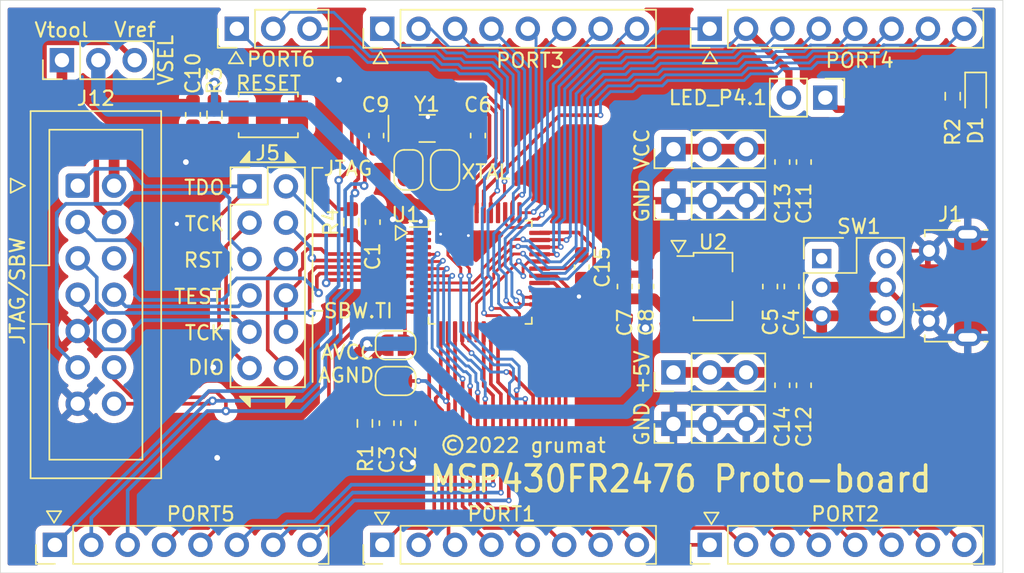
<source format=kicad_pcb>
(kicad_pcb (version 20211014) (generator pcbnew)
  (layers (0 "F.Cu" signal) (31 "B.Cu" signal) (35 "F.Paste" user) (37 "F.SilkS" user "F.Silkscreen") (38 "B.Mask" user) (39 "F.Mask" user) (44 "Edge.Cuts" user))
  (net 0 "")
  (net 1 "GND")
  (net 2 "/RESET")
  (net 3 "/TEST")
  (net 4 "+3.3V")
  (net 5 "/P4.7")
  (net 6 "/P4.6")
  (net 7 "/P4.5")
  (net 8 "/P4.4")
  (net 9 "/P4.3")
  (net 10 "/P4.2")
  (net 11 "/P4.1")
  (net 12 "/P4.0")
  (net 13 "/P3.7")
  (net 14 "/P3.6")
  (net 15 "/P3.5")
  (net 16 "/P3.4")
  (net 17 "/P3.3")
  (net 18 "/P3.2")
  (net 19 "/P3.1")
  (net 20 "/P3.0")
  (net 21 "/P2.7")
  (net 22 "/P2.6")
  (net 23 "/P2.5")
  (net 24 "/P2.4")
  (net 25 "/P2.3")
  (net 26 "/P2.2")
  (net 27 "/P2.0")
  (net 28 "/P2.1")
  (net 29 "/P1.7")
  (net 30 "/P1.4")
  (net 31 "/P1.3")
  (net 32 "/P1.2")
  (net 33 "/P1.1")
  (net 34 "/P1.0")
  (net 35 "/P5.7")
  (net 36 "/P5.6")
  (net 37 "/P5.5")
  (net 38 "/P5.4")
  (net 39 "/P5.3")
  (net 40 "/P5.0")
  (net 41 "/P6.2")
  (net 42 "/P6.1")
  (net 43 "/P6.0")
  (net 44 "+5V")
  (net 45 "/VCC_SENSE")
  (net 46 "/VCC_TOOL")
  (net 47 "Net-(D1-Pad1)")
  (net 48 "Net-(J4-Pad1)")
  (net 49 "/JRXD")
  (net 50 "/JTXD")
  (net 51 "/JTEST")
  (net 52 "/JRST")
  (net 53 "/JTCK")
  (net 54 "/JTDO")
  (net 57 "Net-(C6-Pad1)")
  (net 58 "Net-(C9-Pad1)")
  (net 60 "Net-(J1-Pad1)")
  (net 65 "/AVCC")
  (net 66 "/P1.6_TDI")
  (net 67 "/P1.5_TDO")
  (net 68 "Net-(C10-Pad1)")
  (net 69 "Net-(C15-Pad1)")
  (footprint "Connector_IDC:IDC-Header_2x07_P2.54mm_Vertical" (layer "F.Cu") (at 113.4 95.95)
    (fp_text reference "J12")
    (fp_text value "JTAG/SBW")
  )
  (footprint "Capacitor_SMD:C_0603_1608Metric_Pad1.08x0.95mm_HandSolder" (layer "F.Cu") (at 134 98.5 90)
    (fp_text reference "C1")
    (fp_text value "220nF")
  )
  (footprint "Capacitor_SMD:C_0603_1608Metric_Pad1.08x0.95mm_HandSolder" (layer "F.Cu") (at 134.975 112.55 90)
    (fp_text reference "C3")
    (fp_text value "220nF")
  )
  (footprint "Connector_PinHeader_2.54mm:PinHeader_1x08_P2.54mm_Vertical" (layer "F.Cu") (at 134.67 121.053 90)
    (fp_text reference "J7" hide)
    (fp_text value "PORT1")
  )
  (footprint "Connector_PinHeader_2.54mm:PinHeader_1x08_P2.54mm_Vertical" (layer "F.Cu") (at 134.67 84.985 90)
    (fp_text reference "J11" hide)
    (fp_text value "PORT3")
  )
  (footprint "Connector_PinHeader_2.54mm:PinHeader_1x08_P2.54mm_Vertical" (layer "F.Cu") (at 157.53 84.985 90)
    (fp_text reference "J6" hide)
    (fp_text value "PORT4")
  )
  (footprint "Connector_PinHeader_2.54mm:PinHeader_1x08_P2.54mm_Vertical" (layer "F.Cu") (at 111.81 121.053 90)
    (fp_text reference "J8" hide)
    (fp_text value "PORT5")
  )
  (footprint "Crystal:Crystal_SMD_G8-2Pin_3.2x1.5mm_HandSoldering" (layer "F.Cu") (at 137.8 91.95)
    (fp_text reference "Y1")
    (fp_text value "32768 12pF")
  )
  (footprint "Capacitor_SMD:C_0603_1608Metric_Pad1.08x0.95mm_HandSolder" (layer "F.Cu") (at 163.25 103 90)
    (fp_text reference "C4")
    (fp_text value "10uF")
  )
  (footprint "Capacitor_SMD:C_0603_1608Metric_Pad1.08x0.95mm_HandSolder" (layer "F.Cu") (at 161.75 103 90)
    (fp_text reference "C5")
    (fp_text value "220nF")
  )
  (footprint "Capacitor_SMD:C_0603_1608Metric_Pad1.08x0.95mm_HandSolder" (layer "F.Cu") (at 151.6 103 90)
    (fp_text reference "C7")
    (fp_text value "10uF")
  )
  (footprint "Capacitor_SMD:C_0603_1608Metric_Pad1.08x0.95mm_HandSolder" (layer "F.Cu") (at 153.1 103 90)
    (fp_text reference "C8")
    (fp_text value "220nF")
  )
  (footprint "Resistor_SMD:R_0603_1608Metric_Pad0.98x0.95mm_HandSolder" (layer "F.Cu") (at 133.455 112.565 90)
    (fp_text reference "R1")
    (fp_text value "22")
  )
  (footprint "Package_TO_SOT_SMD:SOT-89-3_Handsoldering" (layer "F.Cu") (at 157.4625 103)
    (fp_text reference "U2")
    (fp_text value "AMS1117-3.3")
  )
  (footprint "LED_SMD:LED_0603_1608Metric_Pad1.05x0.95mm_HandSolder" (layer "F.Cu") (at 176.1 89.7 -90)
    (fp_text reference "D1")
    (fp_text value "LED")
  )
  (footprint "Connector_PinHeader_2.54mm:PinHeader_1x02_P2.54mm_Vertical" (layer "F.Cu") (at 165.6 89.8 -90)
    (fp_text reference "J4" hide)
    (fp_text value "LED_P4.1")
  )
  (footprint "Resistor_SMD:R_0603_1608Metric_Pad0.98x0.95mm_HandSolder" (layer "F.Cu") (at 174.5 89.7 -90)
    (fp_text reference "R2")
    (fp_text value "1K")
  )
  (footprint "Connector_PinHeader_2.54mm:PinHeader_1x08_P2.54mm_Vertical" (layer "F.Cu") (at 157.53 121.053 90)
    (fp_text reference "J9" hide)
    (fp_text value "PORT2")
  )
  (footprint "Connector_PinHeader_2.54mm:PinHeader_1x03_P2.54mm_Vertical" (layer "F.Cu") (at 155 93.4 90)
    (fp_text reference "J14" hide)
    (fp_text value "VCC")
  )
  (footprint "Connector_PinHeader_2.54mm:PinHeader_1x03_P2.54mm_Vertical" (layer "F.Cu") (at 155 97 90)
    (fp_text reference "J17" hide)
    (fp_text value "GND")
  )
  (footprint "Connector_PinHeader_2.54mm:PinHeader_1x03_P2.54mm_Vertical" (layer "F.Cu") (at 155 112.6 90)
    (fp_text reference "J15" hide)
    (fp_text value "GND")
  )
  (footprint "Capacitor_SMD:C_0603_1608Metric_Pad1.08x0.95mm_HandSolder" (layer "F.Cu") (at 164.1 109.9 -90)
    (fp_text reference "C12")
    (fp_text value "220nF")
  )
  (footprint "Capacitor_SMD:C_0603_1608Metric_Pad1.08x0.95mm_HandSolder" (layer "F.Cu") (at 164.1 94.3 -90)
    (fp_text reference "C11")
    (fp_text value "220nF")
  )
  (footprint "Capacitor_SMD:C_0603_1608Metric_Pad1.08x0.95mm_HandSolder" (layer "F.Cu") (at 162.6 94.3 -90)
    (fp_text reference "C13")
    (fp_text value "10uF")
  )
  (footprint "Connector_PinHeader_2.54mm:PinHeader_1x03_P2.54mm_Vertical" (layer "F.Cu") (at 155 109 90)
    (fp_text reference "J16" hide)
    (fp_text value "+5V")
  )
  (footprint "lib:USB_Micro-B_Molex-105017-0001-handsolder" (layer "F.Cu") (at 174.31 102.95 90)
    (fp_text reference "J1")
    (fp_text value "USB_B_Micro")
  )
  (footprint "Capacitor_SMD:C_0603_1608Metric_Pad1.08x0.95mm_HandSolder" (layer "F.Cu") (at 136.475 112.55 90)
    (fp_text reference "C2")
    (fp_text value "10uF")
  )
  (footprint "Connector_PinHeader_2.54mm:PinHeader_1x03_P2.54mm_Vertical" (layer "F.Cu") (at 112.3 87.18 90)
    (fp_text reference "J13" hide)
    (fp_text value "VSEL")
  )
  (footprint "Capacitor_SMD:C_0603_1608Metric_Pad1.08x0.95mm_HandSolder" (layer "F.Cu") (at 121.45 91 90)
    (fp_text reference "C10")
    (fp_text value "2.2nF")
  )
  (footprint "Resistor_SMD:R_0603_1608Metric_Pad0.98x0.95mm_HandSolder" (layer "F.Cu") (at 122.95 91 -90)
    (fp_text reference "R3")
    (fp_text value "47K")
  )
  (footprint "lib:TL-2203" (layer "F.Cu") (at 165.35 101.05)
    (fp_text reference "SW1")
    (fp_text value "TL-2203")
  )
  (footprint "Capacitor_SMD:C_0603_1608Metric_Pad1.08x0.95mm_HandSolder" (layer "F.Cu") (at 162.6 109.9 -90)
    (fp_text reference "C14")
    (fp_text value "10uF")
  )
  (footprint "Capacitor_SMD:C_0603_1608Metric_Pad1.08x0.95mm_HandSolder" (layer "F.Cu") (at 141.35 92.45 90)
    (fp_text reference "C6")
    (fp_text value "22pF")
  )
  (footprint "Capacitor_SMD:C_0603_1608Metric_Pad1.08x0.95mm_HandSolder" (layer "F.Cu") (at 134.25 92.45 90)
    (fp_text reference "C9")
    (fp_text value "22pF")
  )
  (footprint "Connector_PinHeader_2.54mm:PinHeader_2x06_P2.54mm_Vertical" (layer "F.Cu") (at 125.4 96)
    (fp_text reference "J5")
    (fp_text value "DEBUG")
  )
  (footprint "Package_QFP:LQFP-48_7x7mm_P0.5mm" (layer "F.Cu") (at 141.5 102)
    (fp_text reference "U1")
    (fp_text value "MSP430FR2476TPTR")
  )
  (footprint "Connector_PinHeader_2.54mm:PinHeader_1x03_P2.54mm_Vertical" (layer "F.Cu") (at 124.51 84.985 90)
    (fp_text reference "J10" hide)
    (fp_text value "PORT6")
  )
  (footprint "lib:SW_Push_SPST_NO_Alps_SKRK_handsolder" (layer "F.Cu") (at 126.71 91)
    (fp_text reference "SW2" hide)
    (fp_text value "RESET")
  )
  (footprint "Jumper:SolderJumper-2_P1.3mm_Open_RoundedPad1.0x1.5mm" (layer "F.Cu") (at 136.5 94.85 -90)
    (fp_text reference "JP2" hide)
    (fp_text value "XIN")
  )
  (footprint "Jumper:SolderJumper-2_P1.3mm_Open_RoundedPad1.0x1.5mm" (layer "F.Cu") (at 135.6 107.1)
    (fp_text reference "JP3" hide)
    (fp_text value "AVCC")
  )
  (footprint "Jumper:SolderJumper-2_P1.3mm_Open_RoundedPad1.0x1.5mm" (layer "F.Cu") (at 135.6 109.6)
    (fp_text reference "JP4" hide)
    (fp_text value "AGND")
  )
  (footprint "Jumper:SolderJumper-2_P1.3mm_Open_RoundedPad1.0x1.5mm" (layer "F.Cu") (at 139.05 94.85 -90)
    (fp_text reference "JP1" hide)
    (fp_text value "XOUT")
  )
  (footprint "Resistor_SMD:R_0603_1608Metric_Pad0.98x0.95mm_HandSolder" (layer "F.Cu") (at 132.5 98.5 90)
    (fp_text reference "R4")
    (fp_text value "3.3K")
  )
  (footprint "Capacitor_SMD:C_0603_1608Metric_Pad1.08x0.95mm_HandSolder" (layer "F.Cu") (at 148.6 101.65 -90)
    (fp_text reference "C15")
    (fp_text value "1uF")
  )
  (gr_line (start 154.85 99.8) (end 155.85 99.8) (layer "F.SilkS") (width 0.12))
  (gr_line (start 155.35 100.6) (end 154.85 99.8) (layer "F.SilkS") (width 0.12))
  (gr_line (start 155.85 99.8) (end 155.35 100.6) (layer "F.SilkS") (width 0.12))
  (gr_line (start 157.05 87.4) (end 157.55 86.6) (layer "F.SilkS") (width 0.12))
  (gr_line (start 158.05 87.4) (end 157.05 87.4) (layer "F.SilkS") (width 0.12))
  (gr_line (start 157.55 86.6) (end 158.05 87.4) (layer "F.SilkS") (width 0.12))
  (gr_line (start 134.05 87.4) (end 134.55 86.6) (layer "F.SilkS") (width 0.12))
  (gr_line (start 135.05 87.4) (end 134.05 87.4) (layer "F.SilkS") (width 0.12))
  (gr_line (start 134.55 86.6) (end 135.05 87.4) (layer "F.SilkS") (width 0.12))
  (gr_line (start 124.45 86.6) (end 124.95 87.4) (layer "F.SilkS") (width 0.12))
  (gr_line (start 123.95 87.4) (end 124.45 86.6) (layer "F.SilkS") (width 0.12))
  (gr_line (start 124.95 87.4) (end 123.95 87.4) (layer "F.SilkS") (width 0.12))
  (gr_line (start 111.25 118.7) (end 112.25 118.7) (layer "F.SilkS") (width 0.12))
  (gr_line (start 112.25 118.7) (end 111.75 119.5) (layer "F.SilkS") (width 0.12))
  (gr_line (start 111.75 119.5) (end 111.25 118.7) (layer "F.SilkS") (width 0.12))
  (gr_line (start 134.15 118.8) (end 135.15 118.8) (layer "F.SilkS") (width 0.12))
  (gr_line (start 135.15 118.8) (end 134.65 119.6) (layer "F.SilkS") (width 0.12))
  (gr_line (start 134.65 119.6) (end 134.15 118.8) (layer "F.SilkS") (width 0.12))
  (gr_line (start 157.15 118.8) (end 158.15 118.8) (layer "F.SilkS") (width 0.12))
  (gr_line (start 158.15 118.8) (end 157.65 119.6) (layer "F.SilkS") (width 0.12))
  (gr_line (start 157.65 119.6) (end 157.15 118.8) (layer "F.SilkS") (width 0.12))
  (gr_line (start 135.6 99.75) (end 135.6 98.75) (layer "F.SilkS") (width 0.12))
  (gr_line (start 135.6 98.75) (end 136.4 99.25) (layer "F.SilkS") (width 0.12))
  (gr_line (start 136.4 99.25) (end 135.6 99.75) (layer "F.SilkS") (width 0.12))
  (gr_poly (pts (xy 127.939 111.461) (xy 127.939 110.711) (xy 125.439 110.711) (xy 125.439 111.411) (xy 124.714 110.686) (xy 128.589 110.686)) (layer "F.SilkS") (width 0.1) (fill solid))
  (gr_poly (pts (xy 125.4 93.55) (xy 125.4 94.3) (xy 127.9 94.3) (xy 127.9 93.6) (xy 128.625 94.325) (xy 124.75 94.325)) (layer "F.SilkS") (width 0.1) (fill solid))
  (gr_line (start 129.8 104.082) (end 129.8 94.7) (layer "F.SilkS") (width 0.12))
  (gr_line (start 129.8 104.7) (end 130.5 104.7) (layer "F.SilkS") (width 0.12))
  (gr_line (start 129.8 94.7) (end 130.5 94.7) (layer "F.SilkS") (width 0.12))
  (gr_line (start 129.8 104.681) (end 129.8 109.67) (layer "F.SilkS") (width 0.12))
  (gr_line (start 178 83) (end 108 83) (layer "Edge.Cuts") (width 0.05))
  (gr_line (start 108 123) (end 178 123) (layer "Edge.Cuts") (width 0.05))
  (gr_line (start 108 83) (end 108 123) (layer "Edge.Cuts") (width 0.05))
  (gr_line (start 178 123) (end 178 83) (layer "Edge.Cuts") (width 0.05))
  (gr_text "JTAG" (at 132.275 94.75) (layer "F.SilkS") (effects (font (size 1 1))))
  (gr_text "SBW.TI" (at 133 104.7) (layer "F.SilkS") (effects (font (size 1 1))))
  (gr_text "AVCC\nAGND" (at 134.2 108.4) (layer "F.SilkS") (effects (font (size 1 1)) (justify right)))
  (gr_text "XTAL" (at 141.9 95) (layer "F.SilkS") (effects (font (size 1 1))))
  (gr_text "RST" (at 123.621 101.161) (layer "F.SilkS") (effects (font (size 1 1)) (justify right)))
  (gr_text "MSP430FR2476 Proto-board" (at 155.5 116.45) (layer "F.SilkS") (effects (font (size 1.8 1.6) (thickness 0.25))))
  (gr_text "Vtool" (at 112.27 85.075) (layer "F.SilkS") (effects (font (size 1 1))))
  (gr_text "Vref" (at 117.4 85.05) (layer "F.SilkS") (effects (font (size 1 1))))
  (gr_text "©2022 grumat" (at 144.5 114.1) (layer "F.SilkS") (effects (font (size 1 1))))
  (gr_text "TCK" (at 123.748 98.621) (layer "F.SilkS") (effects (font (size 1 1)) (justify right)))
  (gr_text "DIO" (at 123.728453 108.654) (layer "F.SilkS") (effects (font (size 1 1)) (justify right)))
  (gr_text "TDO" (at 123.748 96.081) (layer "F.SilkS") (effects (font (size 1 1)) (justify right)))
  (gr_text "TCK" (at 123.748 106.241) (layer "F.SilkS") (effects (font (size 1 1)) (justify right)))
  (gr_text "TEST" (at 123.621 103.701) (layer "F.SilkS") (effects (font (size 1 1)) (justify right)))
  (segment (start 148.6 102.5125) (end 148.6 103.5) (width 0.387) (layer "F.Cu") (net 1))
  (segment (start 138.75 97.8375) (end 138.75 99.33) (width 0.254) (layer "F.Cu") (net 1))
  (segment (start 138.75 97.8375) (end 138.4125 97.8375) (width 0.254) (layer "F.Cu") (net 1))
  (segment (start 137.85 91.15) (end 137.85 90.668998) (width 0.381) (layer "F.Cu") (net 1))
  (segment (start 134 97.6375) (end 134.7375 97.6375) (width 0.508) (layer "F.Cu") (net 1))
  (segment (start 134.25 91.5875) (end 134.25 91.05) (width 0.381) (layer "F.Cu") (net 1))
  (segment (start 137.40401 112.14151) (end 137.40401 114.69599) (width 0.508) (layer "F.Cu") (net 1))
  (segment (start 134.2 97.8375) (end 134 97.6375) (width 0.254) (layer "F.Cu") (net 1))
  (segment (start 137.775 97.2) (end 136.5 97.2) (width 0.254) (layer "F.Cu") (net 1))
  (segment (start 138.4125 97.8375) (end 137.775 97.2) (width 0.254) (layer "F.Cu") (net 1))
  (segment (start 137.85 90.668998) (end 137.840501 90.659499) (width 0.381) (layer "F.Cu") (net 1))
  (segment (start 134.975 111.6875) (end 134.975 109.625) (width 0.508) (layer "F.Cu") (net 1))
  (segment (start 171.272 100.5) (end 171.272 101.568) (width 0.254) (layer "F.Cu") (net 1))
  (segment (start 136.475 111.6875) (end 136.95 111.6875) (width 0.508) (layer "F.Cu") (net 1))
  (segment (start 136.077001 97.622999) (end 135.4 98.3) (width 0.254) (layer "F.Cu") (net 1))
  (segment (start 134.25 91.05) (end 134.640501 90.659499) (width 0.381) (layer "F.Cu") (net 1))
  (segment (start 136.95 111.6875) (end 137.40401 112.14151) (width 0.508) (layer "F.Cu") (net 1))
  (segment (start 171.354 101.65) (end 172.76 101.65) (width 0.254) (layer "F.Cu") (net 1))
  (segment (start 134.975 111.6875) (end 136.475 111.6875) (width 0.508) (layer "F.Cu") (net 1))
  (segment (start 171.272 101.568) (end 171.354 101.65) (width 0.254) (layer "F.Cu") (net 1))
  (segment (start 137.840501 90.659499) (end 140.959499 90.659499) (width 0.381) (layer "F.Cu") (net 1))
  (segment (start 134.7375 97.6375) (end 135.4 98.3) (width 0.508) (layer "F.Cu") (net 1))
  (segment (start 172.8475 100.5) (end 171.272 100.5) (width 0.254) (layer "F.Cu") (net 1))
  (segment (start 134.640501 90.659499) (end 137.840501 90.659499) (width 0.381) (layer "F.Cu") (net 1))
  (segment (start 140.959499 90.659499) (end 141.35 91.05) (width 0.381) (layer "F.Cu") (net 1))
  (segment (start 137.40401 114.69599) (end 136.8 115.3) (width 0.508) (layer "F.Cu") (net 1))
  (segment (start 138.75 99.33) (end 138.74 99.34) (width 0.254) (layer "F.Cu") (net 1))
  (segment (start 136.5 97.2) (end 136.077001 97.622999) (width 0.254) (layer "F.Cu") (net 1))
  (segment (start 148.6 103.5) (end 148.4 103.7) (width 0.387) (layer "F.Cu") (net 1))
  (segment (start 134.975 109.625) (end 134.95 109.6) (width 0.508) (layer "F.Cu") (net 1))
  (segment (start 141.35 91.05) (end 141.35 91.5875) (width 0.381) (layer "F.Cu") (net 1))
  (via (at 120.954 94.303) (size 0.8) (drill 0.4) (layers "F.Cu" "B.Cu") (net 1))
  (via (at 136.8 115.3) (size 0.8) (drill 0.4) (layers "F.Cu" "B.Cu") (net 1))
  (via (at 138.74 99.34) (size 0.4) (drill 0.2) (layers "F.Cu" "B.Cu") (net 1))
  (via (at 120.319 98.621) (size 0.6) (drill 0.3) (layers "F.Cu" "B.Cu") (net 1))
  (via (at 131.65 88.55) (size 0.8) (drill 0.4) (layers "F.Cu" "B.Cu") (net 1))
  (via (at 137.85 91.15) (size 0.6) (drill 0.3) (layers "F.Cu" "B.Cu") (net 1))
  (via (at 135.4 98.3) (size 0.8) (drill 0.4) (layers "F.Cu" "B.Cu") (net 1))
  (via (at 122.859 108.654) (size 0.8) (drill 0.4) (layers "F.Cu" "B.Cu") (net 1))
  (via (at 123.14 114.97) (size 0.8) (drill 0.4) (layers "F.Cu" "B.Cu") (net 1))
  (via (at 140.68 99.44) (size 0.4) (drill 0.2) (layers "F.Cu" "B.Cu") (net 1))
  (via (at 148.4 103.7) (size 0.6) (drill 0.3) (layers "F.Cu" "B.Cu") (net 1))
  (segment (start 137.3375 99.75) (end 135.633789 99.75) (width 0.254) (layer "F.Cu") (net 2))
  (segment (start 129.6075 99.4125) (end 127.94 101.08) (width 0.254) (layer "F.Cu") (net 2))
  (segment (start 135.156779 100.22701) (end 133.31451 100.22701) (width 0.254) (layer "F.Cu") (net 2))
  (segment (start 127.94 108.7) (end 126.669 107.429) (width 0.254) (layer "F.Cu") (net 2))
  (segment (start 135.633789 99.75) (end 135.156779 100.22701) (width 0.254) (layer "F.Cu") (net 2))
  (segment (start 132.5 99.4125) (end 129.6075 99.4125) (width 0.254) (layer "F.Cu") (net 2))
  (segment (start 133.31451 100.22701) (end 132.5 99.4125) (width 0.254) (layer "F.Cu") (net 2))
  (segment (start 126.669 107.429) (end 126.669 102.351) (width 0.254) (layer "F.Cu") (net 2))
  (segment (start 126.669 102.351) (end 127.94 101.08) (width 0.254) (layer "F.Cu") (net 2))
  (segment (start 129.122999 101.706972) (end 129.122999 100.699039) (width 0.254) (layer "F.Cu") (net 3))
  (segment (start 135.298845 100.72701) (end 135.775855 100.25) (width 0.254) (layer "F.Cu") (net 3))
  (segment (start 128.918989 101.910982) (end 129.122999 101.706972) (width 0.254) (layer "F.Cu") (net 3))
  (segment (start 130.395989 100.372999) (end 130.75 100.72701) (width 0.254) (layer "F.Cu") (net 3))
  (segment (start 130.75 100.72701) (end 135.298845 100.72701) (width 0.254) (layer "F.Cu") (net 3))
  (segment (start 127.94 103.62) (end 127.94 106.16) (width 0.254) (layer "F.Cu") (net 3))
  (segment (start 129.122999 100.699039) (end 129.449039 100.372999) (width 0.254) (layer "F.Cu") (net 3))
  (segment (start 128.918989 102.641011) (end 127.94 103.62) (width 0.254) (layer "F.Cu") (net 3))
  (segment (start 128.918989 101.910982) (end 128.918989 102.641011) (width 0.254) (layer "F.Cu") (net 3))
  (segment (start 129.449039 100.372999) (end 130.395989 100.372999) (width 0.254) (layer "F.Cu") (net 3))
  (segment (start 135.775855 100.25) (end 137.3375 100.25) (width 0.254) (layer "F.Cu") (net 3))
  (segment (start 154.275 104.5) (end 155.3125 104.5) (width 0.75) (layer "F.Cu") (net 4))
  (segment (start 160.08 93.4) (end 162.5625 93.4) (width 0.75) (layer "F.Cu") (net 4))
  (segment (start 134 99.3625) (end 135.1375 99.3625) (width 0.254) (layer "F.Cu") (net 4))
  (segment (start 133.6 107) (end 132.1 108.5) (width 0.75) (layer "F.Cu") (net 4))
  (segment (start 153.6375 103.8625) (end 154.275 104.5) (width 0.75) (layer "F.Cu") (net 4))
  (segment (start 155 93.4) (end 157.54 93.4) (width 0.75) (layer "F.Cu") (net 4))
  (segment (start 153.05 105.9) (end 153.05 103.9125) (width 0.75) (layer "F.Cu") (net 4))
  (segment (start 153.05 103.9125) (end 153.1 103.8625) (width 0.75) (layer "F.Cu") (net 4))
  (segment (start 122.95 90.0875) (end 122.95 88.8) (width 0.508) (layer "F.Cu") (net 4))
  (segment (start 164.1 93.4375) (end 173.2375 93.4375) (width 0.508) (layer "F.Cu") (net 4))
  (segment (start 157.54 93.4) (end 160.08 93.4) (width 0.75) (layer "F.Cu") (net 4))
  (segment (start 162.5625 93.4) (end 162.6 93.4375) (width 0.75) (layer "F.Cu") (net 4))
  (segment (start 137.3375 98.4625) (end 137.35 98.45) (width 0.254) (layer "F.Cu") (net 4))
  (segment (start 173.2375 93.4375) (end 173.5375 93.1375) (width 0.508) (layer "F.Cu") (net 4))
  (segment (start 176.1 90.575) (end 173.5375 93.1375) (width 0.508) (layer "F.Cu") (net 4))
  (segment (start 173.5375 93.1375) (end 173.275 93.4) (width 0.508) (layer "F.Cu") (net 4))
  (segment (start 135.1375 99.3625) (end 135.25 99.25) (width 0.254) (layer "F.Cu") (net 4))
  (segment (start 132.1 112.1225) (end 133.455 113.4775) (width 0.75) (layer "F.Cu") (net 4))
  (segment (start 162.6 93.4375) (end 164.1 93.4375) (width 0.75) (layer "F.Cu") (net 4))
  (segment (start 153.1 103.8625) (end 153.6375 103.8625) (width 0.75) (layer "F.Cu") (net 4))
  (segment (start 137.3375 99.25) (end 137.3375 98.4625) (width 0.254) (layer "F.Cu") (net 4))
  (segment (start 132.1 108.5) (end 132.1 112.1225) (width 0.75) (layer "F.Cu") (net 4))
  (segment (start 153.1 103.8625) (end 151.6 103.8625) (width 0.75) (layer "F.Cu") (net 4))
  (segment (start 137.3375 99.25) (end 135.25 99.25) (width 0.254) (layer "F.Cu") (net 4))
  (via (at 122.95 88.8) (size 0.8) (drill 0.4) (layers "F.Cu" "B.Cu") (net 4))
  (via (at 133.6 107) (size 1) (drill 0.5) (layers "F.Cu" "B.Cu") (net 4))
  (via (at 137.35 98.45) (size 0.6) (drill 0.3) (layers "F.Cu" "B.Cu") (net 4))
  (via (at 153.05 105.9) (size 1) (drill 0.5) (layers "F.Cu" "B.Cu") (net 4))
  (segment (start 132.49 93.59) (end 137.35 98.45) (width 1) (layer "B.Cu") (net 4))
  (segment (start 137.35 106.95) (end 137.35 107.828002) (width 1) (layer "B.Cu") (net 4))
  (segment (start 153.05 105.9) (end 153.05 95.35) (width 1) (layer "B.Cu") (net 4))
  (segment (start 133.6 107) (end 137.3 107) (width 1) (layer "B.Cu") (net 4))
  (segment (start 114.84 89.89) (end 115.575 90.625) (width 1) (layer "B.Cu") (net 4))
  (segment (start 115.575 90.625) (end 122.925 90.625) (width 1) (layer "B.Cu") (net 4))
  (segment (start 129.515 90.625) (end 132.48 93.59) (width 1) (layer "B.Cu") (net 4))
  (segment (start 122.95 88.8) (end 122.95 90.6) (width 0.508) (layer "B.Cu") (net 4))
  (segment (start 122.95 90.6) (end 122.925 90.625) (width 0.508) (layer "B.Cu") (net 4))
  (segment (start 137.35 107.828002) (end 141.271999 111.750001) (width 1) (layer "B.Cu") (net 4))
  (segment (start 153.05 110.4) (end 153.05 105.9) (width 1) (layer "B.Cu") (net 4))
  (segment (start 132.48 93.59) (end 132.49 93.59) (width 1) (layer "B.Cu") (net 4))
  (segment (start 137.3 107) (end 137.35 106.95) (width 1) (layer "B.Cu") (net 4))
  (segment (start 137.35 98.45) (end 137.35 106.95) (width 1) (layer "B.Cu") (net 4))
  (segment (start 122.925 90.625) (end 129.515 90.625) (width 1) (layer "B.Cu") (net 4))
  (segment (start 114.84 87.18) (end 114.84 89.89) (width 1) (layer "B.Cu") (net 4))
  (segment (start 151.699999 111.750001) (end 153.05 110.4) (width 1) (layer "B.Cu") (net 4))
  (segment (start 141.271999 111.750001) (end 151.699999 111.750001) (width 1) (layer "B.Cu") (net 4))
  (segment (start 153.05 95.35) (end 155 93.4) (width 1) (layer "B.Cu") (net 4))
  (segment (start 141.75 97.8375) (end 141.75 96.328045) (width 0.254) (layer "F.Cu") (net 5))
  (segment (start 147.053045 91.025) (end 149.904142 91.025) (width 0.254) (layer "F.Cu") (net 5))
  (segment (start 141.75 96.328045) (end 147.053045 91.025) (width 0.254) (layer "F.Cu") (net 5))
  (via (at 149.904142 91.025) (size 0.4) (drill 0.2) (layers "F.Cu" "B.Cu") (net 5))
  (segment (start 154.228425 88.97507) (end 152.550522 88.97507) (width 0.2) (layer "B.Cu") (net 5))
  (segment (start 162.288444 88.135051) (end 160.396347 88.135051) (width 0.2) (layer "B.Cu") (net 5))
  (segment (start 169.411377 86.935021) (end 167.437076 86.935021) (width 0.2) (layer "B.Cu") (net 5))
  (segment (start 150.61121 89.37508) (end 149.904142 90.082148) (width 0.2) (layer "B.Cu") (net 5))
  (segment (start 162.648457 87.775038) (end 162.288444 88.135051) (width 0.2) (layer "B.Cu") (net 5))
  (segment (start 154.600735 88.60276) (end 154.228425 88.97507) (width 0.2) (layer "B.Cu") (net 5))
  (segment (start 175.31 84.985) (end 174.084651 86.210349) (width 0.2) (layer "B.Cu") (net 5))
  (segment (start 164.622756 87.775038) (end 162.648457 87.775038) (width 0.2) (layer "B.Cu") (net 5))
  (segment (start 172.110349 86.210349) (end 171.785688 86.535011) (width 0.2) (layer "B.Cu") (net 5))
  (segment (start 152.150512 89.37508) (end 150.61121 89.37508) (width 0.2) (layer "B.Cu") (net 5))
  (segment (start 149.904142 90.082148) (end 149.904142 91.025) (width 0.2) (layer "B.Cu") (net 5))
  (segment (start 174.084651 86.210349) (end 172.110349 86.210349) (width 0.2) (layer "B.Cu") (net 5))
  (segment (start 171.785688 86.535011) (end 169.811387 86.535011) (width 0.2) (layer "B.Cu") (net 5))
  (segment (start 159.928638 88.60276) (end 154.600735 88.60276) (width 0.2) (layer "B.Cu") (net 5))
  (segment (start 160.396347 88.135051) (end 159.928638 88.60276) (width 0.2) (layer "B.Cu") (net 5))
  (segment (start 152.550522 88.97507) (end 152.150512 89.37508) (width 0.2) (layer "B.Cu") (net 5))
  (segment (start 169.811387 86.535011) (end 169.411377 86.935021) (width 0.2) (layer "B.Cu") (net 5))
  (segment (start 165.062764 87.335031) (end 164.622756 87.775038) (width 0.2) (layer "B.Cu") (net 5))
  (segment (start 167.037066 87.335031) (end 165.062764 87.335031) (width 0.2) (layer "B.Cu") (net 5))
  (segment (start 167.437076 86.935021) (end 167.037066 87.335031) (width 0.2) (layer "B.Cu") (net 5))
  (segment (start 141.25 106.1625) (end 141.25 104.187098) (width 0.2) (layer "F.Cu") (net 6))
  (segment (start 141.25 104.187098) (end 144.2 101.237098) (width 0.2) (layer "F.Cu") (net 6))
  (segment (start 144.2 101.237098) (end 144.2 101.225) (width 0.2) (layer "F.Cu") (net 6))
  (via (at 144.2 101.225) (size 0.4) (drill 0.2) (layers "F.Cu" "B.Cu") (net 6))
  (segment (start 172.77 84.985) (end 171.619999 86.135001) (width 0.2) (layer "B.Cu") (net 6))
  (segment (start 149.404142 100.676177) (end 147.605288 102.475031) (width 0.2) (layer "B.Cu") (net 6))
  (segment (start 149.404142 90.016449) (end 149.404142 100.676177) (width 0.2) (layer "B.Cu") (net 6))
  (segment (start 164.897075 86.935021) (end 164.457067 87.375028) (width 0.2) (layer "B.Cu") (net 6))
  (segment (start 171.619999 86.135001) (end 169.735001 86.135001) (width 0.2) (layer "B.Cu") (net 6))
  (segment (start 169.7 86.1) (end 169.680698 86.1) (width 0.2) (layer "B.Cu") (net 6))
  (segment (start 154.062736 88.57506) (end 152.384832 88.57506) (width 0.2) (layer "B.Cu") (net 6))
  (segment (start 162.482767 87.375028) (end 162.122755 87.735041) (width 0.2) (layer "B.Cu") (net 6))
  (segment (start 167.271386 86.535011) (end 166.871377 86.935021) (width 0.2) (layer "B.Cu") (net 6))
  (segment (start 164.457067 87.375028) (end 162.482767 87.375028) (width 0.2) (layer "B.Cu") (net 6))
  (segment (start 145.450031 102.475031) (end 144.2 101.225) (width 0.2) (layer "B.Cu") (net 6))
  (segment (start 154.435045 88.20275) (end 154.062736 88.57506) (width 0.2) (layer "B.Cu") (net 6))
  (segment (start 160.230657 87.735041) (end 159.762949 88.20275) (width 0.2) (layer "B.Cu") (net 6))
  (segment (start 162.122755 87.735041) (end 160.230657 87.735041) (width 0.2) (layer "B.Cu") (net 6))
  (segment (start 169.245688 86.535011) (end 167.271386 86.535011) (width 0.2) (layer "B.Cu") (net 6))
  (segment (start 159.762949 88.20275) (end 154.435045 88.20275) (width 0.2) (layer "B.Cu") (net 6))
  (segment (start 151.984823 88.97507) (end 150.445521 88.97507) (width 0.2) (layer "B.Cu") (net 6))
  (segment (start 169.735001 86.135001) (end 169.7 86.1) (width 0.2) (layer "B.Cu") (net 6))
  (segment (start 150.445521 88.97507) (end 149.404142 90.016449) (width 0.2) (layer "B.Cu") (net 6))
  (segment (start 166.871377 86.935021) (end 164.897075 86.935021) (width 0.2) (layer "B.Cu") (net 6))
  (segment (start 147.605288 102.475031) (end 145.450031 102.475031) (width 0.2) (layer "B.Cu") (net 6))
  (segment (start 169.680698 86.1) (end 169.245688 86.535011) (width 0.2) (layer "B.Cu") (net 6))
  (segment (start 152.384832 88.57506) (end 151.984823 88.97507) (width 0.2) (layer "B.Cu") (net 6))
  (segment (start 140.75 106.1625) (end 140.75 104.1214) (width 0.2) (layer "F.Cu") (net 7))
  (segment (start 144.475001 100.724999) (end 144.5 100.7) (width 0.2) (layer "F.Cu") (net 7))
  (segment (start 142.44998 102.10002) (end 143.825001 100.724999) (width 0.2) (layer "F.Cu") (net 7))
  (segment (start 142.44998 102.42142) (end 142.44998 102.10002) (width 0.2) (layer "F.Cu") (net 7))
  (segment (start 143.825001 100.724999) (end 144.475001 100.724999) (width 0.2) (layer "F.Cu") (net 7))
  (segment (start 140.75 104.1214) (end 142.44998 102.42142) (width 0.2) (layer "F.Cu") (net 7))
  (via (at 144.5 100.7) (size 0.4) (drill 0.2) (layers "F.Cu" "B.Cu") (net 7))
  (segment (start 169.079999 86.135001) (end 167.105698 86.135001) (width 0.2) (layer "B.Cu") (net 7))
  (segment (start 147.439599 102.075021) (end 147.078621 102.075021) (width 0.2) (layer "B.Cu") (net 7))
  (segment (start 164.731387 86.535011) (end 164.291379 86.975019) (width 0.2) (layer "B.Cu") (net 7))
  (segment (start 164.291379 86.975019) (end 162.317077 86.97502) (width 0.2) (layer "B.Cu") (net 7))
  (segment (start 154.269357 87.80274) (end 153.897047 88.17505) (width 0.2) (layer "B.Cu") (net 7))
  (segment (start 147.078621 102.075021) (end 147.0786 102.075) (width 0.2) (layer "B.Cu") (net 7))
  (segment (start 161.957066 87.335031) (end 160.064969 87.335031) (width 0.2) (layer "B.Cu") (net 7))
  (segment (start 152.219144 88.17505) (end 151.819134 88.57506) (width 0.2) (layer "B.Cu") (net 7))
  (segment (start 150.279832 88.57506) (end 149.004132 89.85076) (width 0.2) (layer "B.Cu") (net 7))
  (segment (start 160.064969 87.335031) (end 159.59726 87.80274) (width 0.2) (layer "B.Cu") (net 7))
  (segment (start 145.875 102.075) (end 144.5 100.7) (width 0.2) (layer "B.Cu") (net 7))
  (segment (start 151.819134 88.57506) (end 150.279832 88.57506) (width 0.2) (layer "B.Cu") (net 7))
  (segment (start 170.23 84.985) (end 169.079999 86.135001) (width 0.2) (layer "B.Cu") (net 7))
  (segment (start 159.59726 87.80274) (end 154.269357 87.80274) (width 0.2) (layer "B.Cu") (net 7))
  (segment (start 149.004132 89.85076) (end 149.004132 100.510488) (width 0.2) (layer "B.Cu") (net 7))
  (segment (start 162.317077 86.97502) (end 161.957066 87.335031) (width 0.2) (layer "B.Cu") (net 7))
  (segment (start 166.705688 86.535011) (end 164.731387 86.535011) (width 0.2) (layer "B.Cu") (net 7))
  (segment (start 167.105698 86.135001) (end 166.705688 86.535011) (width 0.2) (layer "B.Cu") (net 7))
  (segment (start 147.0786 102.075) (end 145.875 102.075) (width 0.2) (layer "B.Cu") (net 7))
  (segment (start 149.004132 100.510488) (end 147.439599 102.075021) (width 0.2) (layer "B.Cu") (net 7))
  (segment (start 153.897047 88.17505) (end 152.219144 88.17505) (width 0.2) (layer "B.Cu") (net 7))
  (segment (start 143.784302 100.2) (end 142.04997 101.934332) (width 0.2) (layer "F.Cu") (net 8))
  (segment (start 142.04997 102.255731) (end 141.055701 103.25) (width 0.2) (layer "F.Cu") (net 8))
  (segment (start 142.04997 101.934332) (end 142.04997 102.255731) (width 0.2) (layer "F.Cu") (net 8))
  (segment (start 141.055701 103.25) (end 140.21 103.25) (width 0.2) (layer "F.Cu") (net 8))
  (segment (start 144.15 100.2) (end 143.784302 100.2) (width 0.2) (layer "F.Cu") (net 8))
  (segment (start 140.21 103.25) (end 137.3375 103.25) (width 0.2) (layer "F.Cu") (net 8))
  (via (at 144.15 100.2) (size 0.4) (drill 0.2) (layers "F.Cu" "B.Cu") (net 8))
  (segment (start 164.581849 86.118851) (end 164.125689 86.57501) (width 0.2) (layer "B.Cu") (net 8))
  (segment (start 159.428668 87.40273) (end 154.103668 87.40273) (width 0.2) (layer "B.Cu") (net 8))
  (segment (start 146.214992 101.67499) (end 144.740001 100.199999) (width 0.2) (layer "B.Cu") (net 8))
  (segment (start 162.151388 86.57501) (end 161.791377 86.935021) (width 0.2) (layer "B.Cu") (net 8))
  (segment (start 144.740001 100.199999) (end 144.15 100.2) (width 0.2) (layer "B.Cu") (net 8))
  (segment (start 148.604122 89.685071) (end 148.604122 100.344799) (width 0.2) (layer "B.Cu") (net 8))
  (segment (start 147.273931 101.67499) (end 146.214992 101.67499) (width 0.2) (layer "B.Cu") (net 8))
  (segment (start 154.103668 87.40273) (end 153.731358 87.77504) (width 0.2) (layer "B.Cu") (net 8))
  (segment (start 167.69 84.985) (end 166.539999 86.135001) (width 0.2) (layer "B.Cu") (net 8))
  (segment (start 152.053455 87.77504) (end 151.653445 88.17505) (width 0.2) (layer "B.Cu") (net 8))
  (segment (start 164.125689 86.57501) (end 162.151388 86.57501) (width 0.2) (layer "B.Cu") (net 8))
  (segment (start 166.539999 86.135001) (end 164.597999 86.135001) (width 0.2) (layer "B.Cu") (net 8))
  (segment (start 161.791377 86.935021) (end 159.896377 86.935021) (width 0.2) (layer "B.Cu") (net 8))
  (segment (start 148.604122 100.344799) (end 147.273931 101.67499) (width 0.2) (layer "B.Cu") (net 8))
  (segment (start 159.896377 86.935021) (end 159.428668 87.40273) (width 0.2) (layer "B.Cu") (net 8))
  (segment (start 150.114143 88.17505) (end 148.604122 89.685071) (width 0.2) (layer "B.Cu") (net 8))
  (segment (start 151.653445 88.17505) (end 150.114143 88.17505) (width 0.2) (layer "B.Cu") (net 8))
  (segment (start 164.597999 86.135001) (end 164.581849 86.118851) (width 0.2) (layer "B.Cu") (net 8))
  (segment (start 153.731358 87.77504) (end 152.053455 87.77504) (width 0.2) (layer "B.Cu") (net 8))
  (segment (start 141.64996 101.768644) (end 141.64996 102.090042) (width 0.2) (layer "F.Cu") (net 9))
  (segment (start 143.718604 99.7) (end 141.64996 101.768644) (width 0.2) (layer "F.Cu") (net 9))
  (segment (start 141.64996 102.090042) (end 140.990002 102.75) (width 0.2) (layer "F.Cu") (net 9))
  (segment (start 140.18 102.75) (end 137.3375 102.75) (width 0.2) (layer "F.Cu") (net 9))
  (segment (start 140.990002 102.75) (end 140.18 102.75) (width 0.2) (layer "F.Cu") (net 9))
  (segment (start 144.5 99.7) (end 143.718604 99.7) (width 0.2) (layer "F.Cu") (net 9))
  (via (at 144.5 99.7) (size 0.4) (drill 0.2) (layers "F.Cu" "B.Cu") (net 9))
  (segment (start 151.487756 87.77504) (end 149.948454 87.77504) (width 0.2) (layer "B.Cu") (net 9))
  (segment (start 161.625688 86.535011) (end 159.730688 86.535011) (width 0.2) (layer "B.Cu") (net 9))
  (segment (start 147.108242 101.27498) (end 146.38068 101.27498) (width 0.2) (layer "B.Cu") (net 9))
  (segment (start 153.565669 87.37503) (end 151.887766 87.37503) (width 0.2) (layer "B.Cu") (net 9))
  (segment (start 149.948454 87.77504) (end 148.204112 89.519382) (width 0.2) (layer "B.Cu") (net 9))
  (segment (start 146.38068 101.27498) (end 144.905691 99.799991) (width 0.2) (layer "B.Cu") (net 9))
  (segment (start 161.985699 86.175) (end 161.625688 86.535011) (width 0.2) (layer "B.Cu") (net 9))
  (segment (start 148.204112 89.519382) (end 148.204112 100.17911) (width 0.2) (layer "B.Cu") (net 9))
  (segment (start 159.262979 87.00272) (end 153.937979 87.00272) (width 0.2) (layer "B.Cu") (net 9))
  (segment (start 148.204112 100.17911) (end 147.108242 101.27498) (width 0.2) (layer "B.Cu") (net 9))
  (segment (start 165.15 84.985) (end 163.96 86.175) (width 0.2) (layer "B.Cu") (net 9))
  (segment (start 163.96 86.175) (end 161.985699 86.175) (width 0.2) (layer "B.Cu") (net 9))
  (segment (start 144.599991 99.799991) (end 144.5 99.7) (width 0.2) (layer "B.Cu") (net 9))
  (segment (start 159.730688 86.535011) (end 159.262979 87.00272) (width 0.2) (layer "B.Cu") (net 9))
  (segment (start 153.937979 87.00272) (end 153.565669 87.37503) (width 0.2) (layer "B.Cu") (net 9))
  (segment (start 144.905691 99.799991) (end 144.599991 99.799991) (width 0.2) (layer "B.Cu") (net 9))
  (segment (start 151.887766 87.37503) (end 151.487756 87.77504) (width 0.2) (layer "B.Cu") (net 9))
  (segment (start 145.990001 99.729999) (end 147.509999 99.729999) (width 0.2) (layer "F.Cu") (net 10))
  (segment (start 145.97 99.75) (end 145.990001 99.729999) (width 0.2) (layer "F.Cu") (net 10))
  (segment (start 145.6625 99.75) (end 145.97 99.75) (width 0.2) (layer "F.Cu") (net 10))
  (segment (start 147.509999 99.729999) (end 147.53 99.75) (width 0.2) (layer "F.Cu") (net 10))
  (via (at 147.53 99.75) (size 0.4) (drill 0.2) (layers "F.Cu" "B.Cu") (net 10))
  (segment (start 159.564999 86.135001) (end 161.459999 86.135001) (width 0.2) (layer "B.Cu") (net 10))
  (segment (start 161.459999 86.135001) (end 162.61 84.985) (width 0.2) (layer "B.Cu") (net 10))
  (segment (start 153.77229 86.60271) (end 159.09729 86.60271) (width 0.2) (layer "B.Cu") (net 10))
  (segment (start 147.804102 89.353693) (end 149.782765 87.37503) (width 0.2) (layer "B.Cu") (net 10))
  (segment (start 151.322067 87.37503) (end 151.722077 86.97502) (width 0.2) (layer "B.Cu") (net 10))
  (segment (start 147.80001 98.425387) (end 147.804102 98.421295) (width 0.2) (layer "B.Cu") (net 10))
  (segment (start 159.09729 86.60271) (end 159.564999 86.135001) (width 0.2) (layer "B.Cu") (net 10))
  (segment (start 147.53 99.75) (end 147.80001 99.47999) (width 0.2) (layer "B.Cu") (net 10))
  (segment (start 147.804102 98.421295) (end 147.804102 89.353693) (width 0.2) (layer "B.Cu") (net 10))
  (segment (start 153.39998 86.97502) (end 153.77229 86.60271) (width 0.2) (layer "B.Cu") (net 10))
  (segment (start 147.80001 99.47999) (end 147.80001 98.425387) (width 0.2) (layer "B.Cu") (net 10))
  (segment (start 151.722077 86.97502) (end 153.39998 86.97502) (width 0.2) (layer "B.Cu") (net 10))
  (segment (start 149.782765 87.37503) (end 151.322067 87.37503) (width 0.2) (layer "B.Cu") (net 10))
  (segment (start 145.6625 100.25) (end 147.11 100.25) (width 0.2) (layer "F.Cu") (net 11))
  (segment (start 163.06 89.8) (end 163.06 87.975) (width 0.508) (layer "F.Cu") (net 11))
  (segment (start 163.06 87.975) (end 160.07 84.985) (width 0.508) (layer "F.Cu") (net 11))
  (segment (start 147.11 100.25) (end 147.13 100.23) (width 0.2) (layer "F.Cu") (net 11))
  (via (at 147.13 100.23) (size 0.4) (drill 0.2) (layers "F.Cu" "B.Cu") (net 11))
  (segment (start 158.8523 86.2027) (end 153.5 86.2027) (width 0.2) (layer "B.Cu") (net 11))
  (segment (start 153.127691 86.57501) (end 151.556388 86.57501) (width 0.2) (layer "B.Cu") (net 11))
  (segment (start 147.029999 98.629699) (end 147.029999 100.129999) (width 0.2) (layer "B.Cu") (net 11))
  (segment (start 147.404092 89.188004) (end 147.404092 98.255606) (width 0.2) (layer "B.Cu") (net 11))
  (segment (start 151.156378 86.97502) (end 149.617076 86.97502) (width 0.2) (layer "B.Cu") (net 11))
  (segment (start 160.07 84.985) (end 158.8523 86.2027) (width 0.2) (layer "B.Cu") (net 11))
  (segment (start 151.556388 86.57501) (end 151.156378 86.97502) (width 0.2) (layer "B.Cu") (net 11))
  (segment (start 147.404092 98.255606) (end 147.029999 98.629699) (width 0.2) (layer "B.Cu") (net 11))
  (segment (start 149.617076 86.97502) (end 147.404092 89.188004) (width 0.2) (layer "B.Cu") (net 11))
  (segment (start 153.5 86.2027) (end 153.127691 86.57501) (width 0.2) (layer "B.Cu") (net 11))
  (segment (start 147.029999 100.129999) (end 147.13 100.23) (width 0.2) (layer "B.Cu") (net 11))
  (segment (start 145.6625 100.75) (end 146.84 100.75) (width 0.2) (layer "F.Cu") (net 12))
  (segment (start 146.84 100.75) (end 146.86 100.77) (width 0.2) (layer "F.Cu") (net 12))
  (via (at 146.86 100.77) (size 0.4) (drill 0.2) (layers "F.Cu" "B.Cu") (net 12))
  (segment (start 147.004082 98.089917) (end 147.004082 89.022316) (width 0.2) (layer "B.Cu") (net 12))
  (segment (start 150.990689 86.57501) (end 151.390698 86.175) (width 0.2) (layer "B.Cu") (net 12))
  (segment (start 154.152002 84.985) (end 157.53 84.985) (width 0.2) (layer "B.Cu") (net 12))
  (segment (start 151.390698 86.175) (end 152.962002 86.175) (width 0.2) (layer "B.Cu") (net 12))
  (segment (start 152.962002 86.175) (end 154.152002 84.985) (width 0.2) (layer "B.Cu") (net 12))
  (segment (start 147.004082 98.089917) (end 146.629989 98.46401) (width 0.2) (layer "B.Cu") (net 12))
  (segment (start 147.004082 89.022316) (end 149.451388 86.57501) (width 0.2) (layer "B.Cu") (net 12))
  (segment (start 146.629989 98.46401) (end 146.629989 100.539989) (width 0.2) (layer "B.Cu") (net 12))
  (segment (start 149.451388 86.57501) (end 150.990689 86.57501) (width 0.2) (layer "B.Cu") (net 12))
  (segment (start 146.629989 100.539989) (end 146.86 100.77) (width 0.2) (layer "B.Cu") (net 12))
  (segment (start 145.6625 101.25) (end 144.894654 101.25) (width 0.2) (layer "F.Cu") (net 13))
  (segment (start 144.5 101.644654) (end 144.5 102.325) (width 0.2) (layer "F.Cu") (net 13))
  (segment (start 144.894654 101.25) (end 144.5 101.644654) (width 0.2) (layer "F.Cu") (net 13))
  (via (at 144.515406 102.270505) (size 0.4) (drill 0.2) (layers "F.Cu" "B.Cu") (net 13))
  (segment (start 149.14285 86.31785) (end 146.604072 88.856628) (width 0.2) (layer "B.Cu") (net 13))
  (segment (start 152.45 84.985) (end 152.015 84.985) (width 0.2) (layer "B.Cu") (net 13))
  (segment (start 144.734997 98.725001) (end 143.649999 99.809999) (width 0.2) (layer "B.Cu") (net 13))
  (segment (start 150.825 86.175) (end 149.285699 86.175) (width 0.2) (layer "B.Cu") (net 13))
  (segment (start 145.803299 98.725001) (end 144.734997 98.725001) (width 0.2) (layer "B.Cu") (net 13))
  (segment (start 146.604072 88.856628) (end 146.604072 97.924228) (width 0.2) (layer "B.Cu") (net 13))
  (segment (start 143.649999 101.405098) (end 144.515406 102.270505) (width 0.2) (layer "B.Cu") (net 13))
  (segment (start 152.015 84.985) (end 150.825 86.175) (width 0.2) (layer "B.Cu") (net 13))
  (segment (start 149.285699 86.175) (end 149.14285 86.31785) (width 0.2) (layer "B.Cu") (net 13))
  (segment (start 146.604072 97.924228) (end 145.803299 98.725001) (width 0.2) (layer "B.Cu") (net 13))
  (segment (start 143.649999 99.809999) (end 143.649999 101.405098) (width 0.2) (layer "B.Cu") (net 13))
  (segment (start 145.811144 97.977154) (end 145.497485 98.290813) (width 0.2) (layer "F.Cu") (net 14))
  (segment (start 144.59999 98.87501) (end 143.519664 98.87501) (width 0.2) (layer "F.Cu") (net 14))
  (segment (start 143.25 98.605346) (end 143.25 97.8375) (width 0.2) (layer "F.Cu") (net 14))
  (segment (start 143.519664 98.87501) (end 143.25 98.605346) (width 0.2) (layer "F.Cu") (net 14))
  (segment (start 145.497485 98.290813) (end 145.184187 98.290813) (width 0.2) (layer "F.Cu") (net 14))
  (segment (start 145.184187 98.290813) (end 144.59999 98.87501) (width 0.2) (layer "F.Cu") (net 14))
  (via (at 145.811144 97.977154) (size 0.4) (drill 0.2) (layers "F.Cu" "B.Cu") (net 14))
  (segment (start 146.204062 97.584236) (end 145.811144 97.977154) (width 0.2) (layer "B.Cu") (net 14))
  (segment (start 149.91 84.985) (end 146.204062 88.690939) (width 0.2) (layer "B.Cu") (net 14))
  (segment (start 146.204062 88.690939) (end 146.204062 97.584236) (width 0.2) (layer "B.Cu") (net 14))
  (segment (start 144.25 97.8375) (end 145.194124 97.8375) (width 0.2) (layer "F.Cu") (net 15))
  (segment (start 145.194124 97.8375) (end 145.240812 97.790812) (width 0.2) (layer "F.Cu") (net 15))
  (via (at 145.240812 97.790812) (size 0.4) (drill 0.2) (layers "F.Cu" "B.Cu") (net 15))
  (segment (start 145.804054 97.22757) (end 145.804053 94.345947) (width 0.2) (layer "B.Cu") (net 15))
  (segment (start 145.804053 94.345947) (end 145.804053 86.550947) (width 0.2) (layer "B.Cu") (net 15))
  (segment (start 145.240812 97.790812) (end 145.804054 97.22757) (width 0.2) (layer "B.Cu") (net 15))
  (segment (start 145.804053 86.550947) (end 147.37 84.985) (width 0.2) (layer "B.Cu") (net 15))
  (segment (start 145.6625 104.25) (end 144.299504 104.25) (width 0.2) (layer "F.Cu") (net 16))
  (segment (start 144.299504 104.25) (end 144.021315 103.971811) (width 0.2) (layer "F.Cu") (net 16))
  (via (at 144.021315 103.971811) (size 0.4) (drill 0.2) (layers "F.Cu" "B.Cu") (net 16))
  (segment (start 143.719345 103.669841) (end 143.719345 102.040142) (width 0.2) (layer "B.Cu") (net 16))
  (segment (start 145.404045 94.366248) (end 145.404045 85.559045) (width 0.2) (layer "B.Cu") (net 16))
  (segment (start 144.021315 103.971811) (end 143.719345 103.669841) (width 0.2) (layer "B.Cu") (net 16))
  (segment (start 145.404046 96.92047) (end 145.404045 94.366248) (width 0.2) (layer "B.Cu") (net 16))
  (segment (start 143.719345 102.040142) (end 143.249989 101.570787) (width 0.2) (layer "B.Cu") (net 16))
  (segment (start 144.712258 98.182042) (end 144.712258 97.612258) (width 0.2) (layer "B.Cu") (net 16))
  (segment (start 145.404045 85.559045) (end 144.83 84.985) (width 0.2) (layer "B.Cu") (net 16))
  (segment (start 143.249989 99.644311) (end 144.712258 98.182042) (width 0.2) (layer "B.Cu") (net 16))
  (segment (start 144.712258 97.612258) (end 145.404046 96.92047) (width 0.2) (layer "B.Cu") (net 16))
  (segment (start 143.249989 101.570787) (end 143.249989 99.644311) (width 0.2) (layer "B.Cu") (net 16))
  (segment (start 144.25 104.907604) (end 143.319335 103.976939) (width 0.2) (layer "F.Cu") (net 17))
  (segment (start 144.25 106.1625) (end 144.25 104.907604) (width 0.2) (layer "F.Cu") (net 17))
  (via (at 143.319335 103.976939) (size 0.4) (drill 0.2) (layers "F.Cu" "B.Cu") (net 17))
  (segment (start 142.849979 101.736476) (end 142.849979 99.478623) (width 0.2) (layer "B.Cu") (net 17))
  (segment (start 144.312248 98.016354) (end 144.312248 97.44657) (width 0.2) (layer "B.Cu") (net 17))
  (segment (start 143.440001 86.149302) (end 143.440001 86.135001) (width 0.2) (layer "B.Cu") (net 17))
  (segment (start 143.319335 103.976939) (end 143.319335 102.205832) (width 0.2) (layer "B.Cu") (net 17))
  (segment (start 143.440001 86.135001) (end 142.29 84.985) (width 0.2) (layer "B.Cu") (net 17))
  (segment (start 145.004036 96.754781) (end 145.004036 87.713337) (width 0.2) (layer "B.Cu") (net 17))
  (segment (start 143.319335 102.205832) (end 142.849979 101.736476) (width 0.2) (layer "B.Cu") (net 17))
  (segment (start 144.312248 97.44657) (end 145.004036 96.754781) (width 0.2) (layer "B.Cu") (net 17))
  (segment (start 145.004036 87.713337) (end 143.440001 86.149302) (width 0.2) (layer "B.Cu") (net 17))
  (segment (start 142.849979 99.478623) (end 144.312248 98.016354) (width 0.2) (layer "B.Cu") (net 17))
  (segment (start 143.75 97.069654) (end 144.231118 96.588536) (width 0.2) (layer "F.Cu") (net 18))
  (segment (start 144.231118 96.588536) (end 144.430279 96.588536) (width 0.2) (layer "F.Cu") (net 18))
  (segment (start 143.75 97.8375) (end 143.75 97.069654) (width 0.2) (layer "F.Cu") (net 18))
  (via (at 144.430279 96.588536) (size 0.4) (drill 0.2) (layers "F.Cu" "B.Cu") (net 18))
  (segment (start 144.430279 96.588536) (end 144.604026 96.414789) (width 0.2) (layer "B.Cu") (net 18))
  (segment (start 140.900001 86.135001) (end 139.75 84.985) (width 0.2) (layer "B.Cu") (net 18))
  (segment (start 142.842001 86.135001) (end 140.900001 86.135001) (width 0.2) (layer "B.Cu") (net 18))
  (segment (start 144.604026 96.414789) (end 144.604026 87.879026) (width 0.2) (layer "B.Cu") (net 18))
  (segment (start 144.604026 87.879026) (end 142.851001 86.126001) (width 0.2) (layer "B.Cu") (net 18))
  (segment (start 142.851001 86.126001) (end 142.842001 86.135001) (width 0.2) (layer "B.Cu") (net 18))
  (segment (start 144.572395 103.75) (end 144.219345 103.39695) (width 0.2) (layer "F.Cu") (net 19))
  (segment (start 145.6625 103.75) (end 144.572395 103.75) (width 0.2) (layer "F.Cu") (net 19))
  (via (at 144.219345 103.39695) (size 0.4) (drill 0.2) (layers "F.Cu" "B.Cu") (net 19))
  (segment (start 142.449969 99.311739) (end 143.818354 97.943354) (width 0.2) (layer "B.Cu") (net 19))
  (segment (start 142.790001 104.187607) (end 142.790001 102.242196) (width 0.2) (layer "B.Cu") (net 19))
  (segment (start 144.256188 104.47694) (end 143.079334 104.47694) (width 0.2) (layer "B.Cu") (net 19))
  (segment (start 142.449969 101.902165) (end 142.449969 99.311739) (width 0.2) (layer "B.Cu") (net 19))
  (segment (start 144.521316 103.698921) (end 144.521316 104.211812) (width 0.2) (layer "B.Cu") (net 19))
  (segment (start 144.204016 96.107692) (end 144.204016 88.044715) (width 0.2) (layer "B.Cu") (net 19))
  (segment (start 143.079334 104.47694) (end 142.790001 104.187607) (width 0.2) (layer "B.Cu") (net 19))
  (segment (start 142.790001 102.242196) (end 142.449969 101.902165) (width 0.2) (layer "B.Cu") (net 19))
  (segment (start 138.047998 84.985) (end 137.21 84.985) (width 0.2) (layer "B.Cu") (net 19))
  (segment (start 140.734312 86.535011) (end 140.475 86.275698) (width 0.2) (layer "B.Cu") (net 19))
  (segment (start 139.338696 86.275698) (end 138.047998 84.985) (width 0.2) (layer "B.Cu") (net 19))
  (segment (start 140.475 86.275698) (end 139.338696 86.275698) (width 0.2) (layer "B.Cu") (net 19))
  (segment (start 143.818354 97.943354) (end 143.818354 96.493354) (width 0.2) (layer "B.Cu") (net 19))
  (segment (start 144.204016 88.044715) (end 142.694312 86.535011) (width 0.2) (layer "B.Cu") (net 19))
  (segment (start 143.818354 96.493354) (end 144.204016 96.107692) (width 0.2) (layer "B.Cu") (net 19))
  (segment (start 144.219345 103.39695) (end 144.521316 103.698921) (width 0.2) (layer "B.Cu") (net 19))
  (segment (start 142.694312 86.535011) (end 140.734312 86.535011) (width 0.2) (layer "B.Cu") (net 19))
  (segment (start 144.521316 104.211812) (end 144.256188 104.47694) (width 0.2) (layer "B.Cu") (net 19))
  (segment (start 142.951045 104.53) (end 143.75 105.328955) (width 0.2) (layer "F.Cu") (net 20))
  (segment (start 142.29 104.53) (end 142.951045 104.53) (width 0.2) (layer "F.Cu") (net 20))
  (segment (start 143.75 105.328955) (end 143.75 106.1625) (width 0.2) (layer "F.Cu") (net 20))
  (via (at 142.29 104.53) (size 0.4) (drill 0.2) (layers "F.Cu" "B.Cu") (net 20))
  (segment (start 140.568621 86.93502) (end 140.309309 86.675708) (width 0.2) (layer "B.Cu") (net 20))
  (segment (start 139.173007 86.675708) (end 138.632301 86.135001) (width 0.2) (layer "B.Cu") (net 20))
  (segment (start 138.632301 86.135001) (end 135.820001 86.135001) (width 0.2) (layer "B.Cu") (net 20))
  (segment (start 140.309309 86.675708) (end 139.173007 86.675708) (width 0.2) (layer "B.Cu") (net 20))
  (segment (start 135.820001 86.135001) (end 134.67 84.985) (width 0.2) (layer "B.Cu") (net 20))
  (segment (start 142.29 104.53) (end 142.29 102.449302) (width 0.2) (layer "B.Cu") (net 20))
  (segment (start 143.804006 95.942003) (end 142.049959 97.696055) (width 0.2) (layer "B.Cu") (net 20))
  (segment (start 142.528623 86.935021) (end 140.568621 86.93502) (width 0.2) (layer "B.Cu") (net 20))
  (segment (start 142.049959 102.209261) (end 142.29 102.449302) (width 0.2) (layer "B.Cu") (net 20))
  (segment (start 142.049959 97.696055) (end 142.049959 102.209261) (width 0.2) (layer "B.Cu") (net 20))
  (segment (start 143.804006 95.942003) (end 143.804006 88.210404) (width 0.2) (layer "B.Cu") (net 20))
  (segment (start 143.804006 88.210404) (end 142.528623 86.935021) (width 0.2) (layer "B.Cu") (net 20))
  (segment (start 150.90425 116.243919) (end 149.542224 114.881889) (width 0.254) (layer "F.Cu") (net 21))
  (segment (start 147.998955 114.881889) (end 147.47005 114.352984) (width 0.254) (layer "F.Cu") (net 21))
  (segment (start 167.528088 118.96489) (end 167.044137 118.480937) (width 0.254) (layer "F.Cu") (net 21))
  (segment (start 153.87541 116.24198) (end 150.98302 116.24198) (width 0.254) (layer "F.Cu") (net 21))
  (segment (start 164.725224 118.059959) (end 162.827292 118.059959) (width 0.254) (layer "F.Cu") (net 21))
  (segment (start 162.827292 118.059959) (end 162.185229 117.417894) (width 0.254) (layer "F.Cu") (net 21))
  (segment (start 150.981081 116.243919) (end 150.90425 116.243919) (width 0.254) (layer "F.Cu") (net 21))
  (segment (start 174.132999 119.875999) (end 172.235065 119.875999) (width 0.254) (layer "F.Cu") (net 21))
  (segment (start 159.769943 117.151939) (end 154.785367 117.151939) (width 0.254) (layer "F.Cu") (net 21))
  (segment (start 154.785367 117.151939) (end 153.87541 116.24198) (width 0.254) (layer "F.Cu") (net 21))
  (segment (start 175.31 121.053) (end 174.132999 119.875999) (width 0.254) (layer "F.Cu") (net 21))
  (segment (start 172.235065 119.875999) (end 171.323957 118.96489) (width 0.254) (layer "F.Cu") (net 21))
  (segment (start 150.98302 116.24198) (end 150.981081 116.243919) (width 0.254) (layer "F.Cu") (net 21))
  (segment (start 162.185229 117.417894) (end 160.035897 117.417894) (width 0.254) (layer "F.Cu") (net 21))
  (segment (start 147.47005 114.352984) (end 147.47005 106.914169) (width 0.254) (layer "F.Cu") (net 21))
  (segment (start 148.08904 105.086922) (end 149.4655 103.710462) (width 0.254) (layer "F.Cu") (net 21))
  (segment (start 171.323957 118.96489) (end 167.528088 118.96489) (width 0.254) (layer "F.Cu") (net 21))
  (segment (start 148.08904 106.295179) (end 148.08904 105.086922) (width 0.254) (layer "F.Cu") (net 21))
  (segment (start 149.542224 114.881889) (end 147.998955 114.881889) (width 0.254) (layer "F.Cu") (net 21))
  (segment (start 165.146201 118.480937) (end 164.725224 118.059959) (width 0.254) (layer "F.Cu") (net 21))
  (segment (start 147.47005 106.914169) (end 148.08904 106.295179) (width 0.254) (layer "F.Cu") (net 21))
  (segment (start 145.689501 99.222999) (end 145.6625 99.25) (width 0.254) (layer "F.Cu") (net 21))
  (segment (start 149.4655 103.710462) (end 149.4655 100.31716) (width 0.254) (layer "F.Cu") (net 21))
  (segment (start 167.044137 118.480937) (end 165.146201 118.480937) (width 0.254) (layer "F.Cu") (net 21))
  (segment (start 160.035897 117.417894) (end 159.769943 117.151939) (width 0.254) (layer "F.Cu") (net 21))
  (segment (start 148.371339 99.222999) (end 145.689501 99.222999) (width 0.254) (layer "F.Cu") (net 21))
  (segment (start 149.4655 100.31716) (end 148.371339 99.222999) (width 0.254) (layer "F.Cu") (net 21))
  (segment (start 147.63503 106.107124) (end 147.63503 103.086388) (width 0.254) (layer "F.Cu") (net 22))
  (segment (start 151.17901 116.69599) (end 151.177071 116.697929) (width 0.254) (layer "F.Cu") (net 22))
  (segment (start 171.494967 119.777967) (end 169.597033 119.777967) (width 0.254) (layer "F.Cu") (net 22))
  (segment (start 164.537167 118.513969) (end 162.639236 118.513969) (width 0.254) (layer "F.Cu") (net 22))
  (segment (start 154.597311 117.605949) (end 153.687353 116.69599) (width 0.254) (layer "F.Cu") (net 22))
  (segment (start 161.997172 117.871904) (end 159.84784 117.871904) (width 0.254) (layer "F.Cu") (net 22))
  (segment (start 147.63503 103.086388) (end 146.798642 102.25) (width 0.254) (layer "F.Cu") (net 22))
  (segment (start 149.354167 115.335899) (end 147.810899 115.335899) (width 0.254) (layer "F.Cu") (net 22))
  (segment (start 147.810899 115.335899) (end 147.01604 114.54104) (width 0.254) (layer "F.Cu") (net 22))
  (segment (start 159.847839 117.871902) (end 159.581886 117.605949) (width 0.254) (layer "F.Cu") (net 22))
  (segment (start 164.958145 118.934947) (end 164.537167 118.513969) (width 0.254) (layer "F.Cu") (net 22))
  (segment (start 150.716193 116.697929) (end 149.354167 115.335899) (width 0.254) (layer "F.Cu") (net 22))
  (segment (start 147.01604 106.726112) (end 147.63503 106.107124) (width 0.254) (layer "F.Cu") (net 22))
  (segment (start 166.856081 118.934947) (end 164.958145 118.934947) (width 0.254) (layer "F.Cu") (net 22))
  (segment (start 172.77 121.053) (end 171.494967 119.777967) (width 0.254) (layer "F.Cu") (net 22))
  (segment (start 151.177071 116.697929) (end 150.716193 116.697929) (width 0.254) (layer "F.Cu") (net 22))
  (segment (start 167.343121 119.421989) (end 166.856081 118.934947) (width 0.254) (layer "F.Cu") (net 22))
  (segment (start 162.639236 118.513969) (end 161.997172 117.871904) (width 0.254) (layer "F.Cu") (net 22))
  (segment (start 169.241056 119.421989) (end 167.343121 119.421989) (width 0.254) (layer "F.Cu") (net 22))
  (segment (start 169.597033 119.777967) (end 169.241056 119.421989) (width 0.254) (layer "F.Cu") (net 22))
  (segment (start 159.581886 117.605949) (end 154.597311 117.605949) (width 0.254) (layer "F.Cu") (net 22))
  (segment (start 146.798642 102.25) (end 145.6625 102.25) (width 0.254) (layer "F.Cu") (net 22))
  (segment (start 153.687353 116.69599) (end 151.17901 116.69599) (width 0.254) (layer "F.Cu") (net 22))
  (segment (start 147.01604 114.54104) (end 147.01604 106.726112) (width 0.254) (layer "F.Cu") (net 22))
  (segment (start 159.84784 117.871904) (end 159.847839 117.871902) (width 0.254) (layer "F.Cu") (net 22))
  (segment (start 159.659782 118.325912) (end 159.393829 118.059959) (width 0.254) (layer "F.Cu") (net 23))
  (segment (start 147.599041 115.789909) (end 146.56203 114.752898) (width 0.254) (layer "F.Cu") (net 23))
  (segment (start 164.349113 118.967979) (end 162.451178 118.967979) (width 0.254) (layer "F.Cu") (net 23))
  (segment (start 150.528137 117.151939) (end 149.16611 115.789909) (width 0.254) (layer "F.Cu") (net 23))
  (segment (start 164.770089 119.388957) (end 164.349113 118.967979) (width 0.254) (layer "F.Cu") (net 23))
  (segment (start 147.18102 103.274445) (end 146.656575 102.75) (width 0.254) (layer "F.Cu") (net 23))
  (segment (start 167.155065 119.875999) (end 166.668024 119.388957) (width 0.254) (layer "F.Cu") (net 23))
  (segment (start 153.499296 117.15) (end 151.4 117.15) (width 0.254) (layer "F.Cu") (net 23))
  (segment (start 170.23 121.053) (end 169.052999 119.875999) (width 0.254) (layer "F.Cu") (net 23))
  (segment (start 147.18102 105.919067) (end 147.18102 103.274445) (width 0.254) (layer "F.Cu") (net 23))
  (segment (start 149.16611 115.789909) (end 147.599041 115.789909) (width 0.254) (layer "F.Cu") (net 23))
  (segment (start 146.56203 114.752898) (end 146.56203 106.538056) (width 0.254) (layer "F.Cu") (net 23))
  (segment (start 151.398061 117.151939) (end 150.528137 117.151939) (width 0.254) (layer "F.Cu") (net 23))
  (segment (start 146.56203 106.538056) (end 147.18102 105.919067) (width 0.254) (layer "F.Cu") (net 23))
  (segment (start 146.656575 102.75) (end 145.6625 102.75) (width 0.254) (layer "F.Cu") (net 23))
  (segment (start 154.409255 118.059959) (end 153.499296 117.15) (width 0.254) (layer "F.Cu") (net 23))
  (segment (start 159.393829 118.059959) (end 154.409255 118.059959) (width 0.254) (layer "F.Cu") (net 23))
  (segment (start 169.052999 119.875999) (end 167.155065 119.875999) (width 0.254) (layer "F.Cu") (net 23))
  (segment (start 162.451178 118.967979) (end 161.809114 118.325913) (width 0.254) (layer "F.Cu") (net 23))
  (segment (start 166.668024 119.388957) (end 164.770089 119.388957) (width 0.254) (layer "F.Cu") (net 23))
  (segment (start 151.4 117.15) (end 151.398061 117.151939) (width 0.254) (layer "F.Cu") (net 23))
  (segment (start 161.809114 118.325913) (end 159.659782 118.325912) (width 0.254) (layer "F.Cu") (net 23))
  (segment (start 164.582033 119.842967) (end 164.161056 119.421989) (width 0.254) (layer "F.Cu") (net 24))
  (segment (start 147.410985 116.243919) (end 146.10802 114.940954) (width 0.254) (layer "F.Cu") (net 24))
  (segment (start 161.621057 118.779923) (end 159.471724 118.779923) (width 0.254) (layer "F.Cu") (net 24))
  (segment (start 154.221196 118.513966) (end 153.313179 117.605949) (width 0.254) (layer "F.Cu") (net 24))
  (segment (start 146.72701 105.73101) (end 146.72701 103.462502) (width 0.254) (layer "F.Cu") (net 24))
  (segment (start 146.514508 103.25) (end 145.6625 103.25) (width 0.254) (layer "F.Cu") (net 24))
  (segment (start 146.10802 106.35) (end 146.72701 105.73101) (width 0.254) (layer "F.Cu") (net 24))
  (segment (start 150.340081 117.605949) (end 148.978053 116.243919) (width 0.254) (layer "F.Cu") (net 24))
  (segment (start 167.69 121.053) (end 166.479967 119.842967) (width 0.254) (layer "F.Cu") (net 24))
  (segment (start 166.479967 119.842967) (end 164.582033 119.842967) (width 0.254) (layer "F.Cu") (net 24))
  (segment (start 159.471724 118.779923) (end 159.205772 118.513969) (width 0.254) (layer "F.Cu") (net 24))
  (segment (start 146.72701 103.462502) (end 146.514508 103.25) (width 0.254) (layer "F.Cu") (net 24))
  (segment (start 153.313179 117.605949) (end 150.340081 117.605949) (width 0.254) (layer "F.Cu") (net 24))
  (segment (start 159.205772 118.513969) (end 154.221196 118.513969) (width 0.254) (layer "F.Cu") (net 24))
  (segment (start 162.263121 119.421989) (end 161.621057 118.779923) (width 0.254) (layer "F.Cu") (net 24))
  (segment (start 146.10802 114.940954) (end 146.10802 106.35) (width 0.254) (layer "F.Cu") (net 24))
  (segment (start 148.978053 116.243919) (end 147.410985 116.243919) (width 0.254) (layer "F.Cu") (net 24))
  (segment (start 164.161056 119.421989) (end 162.263121 119.421989) (width 0.254) (layer "F.Cu") (net 24))
  (segment (start 154.221196 118.513969) (end 154.221196 118.513966) (width 0.254) (layer "F.Cu") (net 24))
  (segment (start 145.65401 104.75849) (end 145.6625 104.75) (width 0.254) (layer "F.Cu") (net 25))
  (segment (start 162.075065 119.875999) (end 161.433 119.233933) (width 0.254) (layer "F.Cu") (net 25))
  (segment (start 148.789996 116.697929) (end 147.222929 116.697929) (width 0.254) (layer "F.Cu") (net 25))
  (segment (start 153.125122 118.059959) (end 150.152025 118.059959) (width 0.254) (layer "F.Cu") (net 25))
  (segment (start 159.017715 118.967979) (end 154.03314 118.967979) (width 0.254) (layer "F.Cu") (net 25))
  (segment (start 150.152025 118.059959) (end 148.789996 116.697929) (width 0.254) (layer "F.Cu") (net 25))
  (segment (start 161.433 119.233933) (end 159.283667 119.233933) (width 0.254) (layer "F.Cu") (net 25))
  (segment (start 145.65401 115.12901) (end 145.65401 104.75849) (width 0.254) (layer "F.Cu") (net 25))
  (segment (start 154.03314 118.967979) (end 153.125122 118.059959) (width 0.254) (layer "F.Cu") (net 25))
  (segment (start 165.15 121.053) (end 163.972999 119.875999) (width 0.254) (layer "F.Cu") (net 25))
  (segment (start 163.972999 119.875999) (end 162.075065 119.875999) (width 0.254) (layer "F.Cu") (net 25))
  (segment (start 159.283667 119.233933) (end 159.017715 118.967979) (width 0.254) (layer "F.Cu") (net 25))
  (segment (start 147.222929 116.697929) (end 145.65401 115.12901) (width 0.254) (layer "F.Cu") (net 25))
  (segment (start 140.25 107) (end 140.9 107.65) (width 0.2) (layer "F.Cu") (net 26))
  (segment (start 145.2 110.620039) (end 143.554961 108.975) (width 0.254) (layer "F.Cu") (net 26))
  (segment (start 143.554961 108.975) (end 143.325 108.975) (width 0.254) (layer "F.Cu") (net 26))
  (segment (start 152.937065 118.513969) (end 153.845084 119.421989) (width 0.254) (layer "F.Cu") (net 26))
  (segment (start 140.25 106.1625) (end 140.25 107) (width 0.2) (layer "F.Cu") (net 26))
  (segment (start 147.034872 117.151939) (end 148.601939 117.151939) (width 0.254) (layer "F.Cu") (net 26))
  (segment (start 145.2 110.620039) (end 145.2 115.317067) (width 0.254) (layer "F.Cu") (net 26))
  (segment (start 145.2 115.317067) (end 147.034872 117.151939) (width 0.254) (layer "F.Cu") (net 26))
  (segment (start 149.963969 118.513969) (end 152.937065 118.513969) (width 0.254) (layer "F.Cu") (net 26))
  (segment (start 153.845084 119.421989) (end 158.829658 119.421989) (width 0.254) (layer "F.Cu") (net 26))
  (segment (start 159.095611 119.687943) (end 161.244943 119.687943) (width 0.254) (layer "F.Cu") (net 26))
  (segment (start 161.244943 119.687943) (end 162.61 121.053) (width 0.254) (layer "F.Cu") (net 26))
  (segment (start 158.829658 119.421989) (end 159.095611 119.687943) (width 0.254) (layer "F.Cu") (net 26))
  (segment (start 148.601939 117.151939) (end 149.963969 118.513969) (width 0.254) (layer "F.Cu") (net 26))
  (via (at 140.9 107.65) (size 0.4) (drill 0.2) (layers "F.Cu" "B.Cu") (net 26))
  (via (at 143.325 108.975) (size 0.4) (drill 0.2) (layers "F.Cu" "B.Cu") (net 26))
  (segment (start 140.914097 107.65) (end 142.239097 108.975) (width 0.2) (layer "B.Cu") (net 26))
  (segment (start 140.9 107.65) (end 140.914097 107.65) (width 0.2) (layer "B.Cu") (net 26))
  (segment (start 142.239097 108.975) (end 143.325 108.975) (width 0.2) (layer "B.Cu") (net 26))
  (segment (start 152.560951 119.421989) (end 154.191962 121.053) (width 0.254) (layer "F.Cu") (net 27))
  (segment (start 154.191962 121.053) (end 157.53 121.053) (width 0.254) (layer "F.Cu") (net 27))
  (segment (start 140.75 101.7443) (end 140.75 102.25) (width 0.2) (layer "F.Cu") (net 27))
  (segment (start 139.75 97.8375) (end 139.75 96.2) (width 0.2) (layer "F.Cu") (net 27))
  (segment (start 139.75 100.7443) (end 140.75 101.7443) (width 0.2) (layer "F.Cu") (net 27))
  (segment (start 144.05 110.25) (end 144.05 115.4512) (width 0.254) (layer "F.Cu") (net 27))
  (segment (start 139.75 96.2) (end 139.05 95.5) (width 0.2) (layer "F.Cu") (net 27))
  (segment (start 144.05 115.4512) (end 146.658759 118.059959) (width 0.254) (layer "F.Cu") (net 27))
  (segment (start 148.209959 118.059959) (end 149.571989 119.421989) (width 0.254) (layer "F.Cu") (net 27))
  (segment (start 139.75 97.8375) (end 139.75 100.7443) (width 0.2) (layer "F.Cu") (net 27))
  (segment (start 146.658759 118.059959) (end 148.209959 118.059959) (width 0.254) (layer "F.Cu") (net 27))
  (segment (start 149.571989 119.421989) (end 152.560951 119.421989) (width 0.254) (layer "F.Cu") (net 27))
  (via (at 144.05 110.25) (size 0.4) (drill 0.2) (layers "F.Cu" "B.Cu") (net 27))
  (via (at 140.75 102.25) (size 0.4) (drill 0.2) (layers "F.Cu" "B.Cu") (net 27))
  (segment (start 142.630689 108.074989) (end 143.73069 108.074989) (width 0.2) (layer "B.Cu") (net 27))
  (segment (start 140.75 102.25) (end 140.75 106.1943) (width 0.2) (layer "B.Cu") (net 27))
  (segment (start 144.225011 110.074989) (end 144.05 110.25) (width 0.2) (layer "B.Cu") (net 27))
  (segment (start 143.73069 108.074989) (end 144.225011 108.56931) (width 0.2) (layer "B.Cu") (net 27))
  (segment (start 140.75 106.1943) (end 142.630689 108.074989) (width 0.2) (layer "B.Cu") (net 27))
  (segment (start 144.225011 108.56931) (end 144.225011 110.074989) (width 0.2) (layer "B.Cu") (net 27))
  (segment (start 138.480356 96.30001) (end 137.30001 96.30001) (width 0.2) (layer "F.Cu") (net 28))
  (segment (start 144.65 115.409133) (end 146.846816 117.605949) (width 0.254) (layer "F.Cu") (net 28))
  (segment (start 159.818602 121.053) (end 160.07 121.053) (width 0.254) (layer "F.Cu") (net 28))
  (segment (start 146.846816 117.605949) (end 148.398016 117.605949) (width 0.254) (layer "F.Cu") (net 28))
  (segment (start 139.25 97.069654) (end 138.480356 96.30001) (width 0.2) (layer "F.Cu") (net 28))
  (segment (start 153.657027 119.875999) (end 158.641601 119.875999) (width 0.254) (layer "F.Cu") (net 28))
  (segment (start 149.760045 118.967979) (end 152.749008 118.967979) (width 0.254) (layer "F.Cu") (net 28))
  (segment (start 139.25 100.809998) (end 140.15 101.709998) (width 0.2) (layer "F.Cu") (net 28))
  (segment (start 139.25 97.8375) (end 139.25 97.069654) (width 0.2) (layer "F.Cu") (net 28))
  (segment (start 137.30001 96.30001) (end 136.5 95.5) (width 0.2) (layer "F.Cu") (net 28))
  (segment (start 144.65 110.850001) (end 144.65 115.409133) (width 0.254) (layer "F.Cu") (net 28))
  (segment (start 148.398016 117.605949) (end 148.663969 117.871903) (width 0.254) (layer "F.Cu") (net 28))
  (segment (start 140.15 101.709998) (end 140.15 102.25) (width 0.2) (layer "F.Cu") (net 28))
  (segment (start 152.749008 118.967979) (end 153.657027 119.875999) (width 0.254) (layer "F.Cu") (net 28))
  (segment (start 148.663969 117.871903) (end 149.760045 118.967979) (width 0.254) (layer "F.Cu") (net 28))
  (segment (start 139.25 97.8375) (end 139.25 100.809998) (width 0.2) (layer "F.Cu") (net 28))
  (segment (start 158.641601 119.875999) (end 159.818602 121.053) (width 0.254) (layer "F.Cu") (net 28))
  (via (at 144.65 110.850001) (size 0.4) (drill 0.2) (layers "F.Cu" "B.Cu") (net 28))
  (via (at 140.15 102.25) (size 0.4) (drill 0.2) (layers "F.Cu" "B.Cu") (net 28))
  (segment (start 143.549999 110.490001) (end 143.549999 109.750001) (width 0.2) (layer "B.Cu") (net 28))
  (segment (start 143.549999 109.750001) (end 143.825001 109.474999) (width 0.2) (layer "B.Cu") (net 28))
  (segment (start 143.825001 109.474999) (end 143.825001 108.734999) (width 0.2) (layer "B.Cu") (net 28))
  (segment (start 143.565001 108.474999) (end 142.465001 108.474999) (width 0.2) (layer "B.Cu") (net 28))
  (segment (start 142.465001 108.474999) (end 140.15 106.159998) (width 0.2) (layer "B.Cu") (net 28))
  (segment (start 140.15 106.159998) (end 140.15 102.25) (width 0.2) (layer "B.Cu") (net 28))
  (segment (start 143.825001 108.734999) (end 143.565001 108.474999) (width 0.2) (layer "B.Cu") (net 28))
  (segment (start 144.65 110.850001) (end 143.909999 110.850001) (width 0.2) (layer "B.Cu") (net 28))
  (segment (start 143.909999 110.850001) (end 143.549999 110.490001) (width 0.2) (layer "B.Cu") (net 28))
  (segment (start 151.272999 119.875999) (end 152.45 121.053) (width 0.254) (layer "F.Cu") (net 29))
  (segment (start 148.013036 118.513969) (end 149.375066 119.875999) (width 0.254) (layer "F.Cu") (net 29))
  (segment (start 130.95695 102.54305) (end 130.75 102.75) (width 0.254) (layer "F.Cu") (net 29))
  (segment (start 136.10695 102.54305) (end 136.4 102.25) (width 0.254) (layer "F.Cu") (net 29))
  (segment (start 137.3375 102.25) (end 137.4 102.25) (width 0.2) (layer "F.Cu") (net 29))
  (segment (start 149.375066 119.875999) (end 151.272999 119.875999) (width 0.254) (layer "F.Cu") (net 29))
  (segment (start 136.10695 102.54305) (end 130.95695 102.54305) (width 0.254) (layer "F.Cu") (net 29))
  (segment (start 141.858 110.892) (end 141.85 110.9) (width 0.254) (layer "F.Cu") (net 29))
  (segment (start 142.363969 118.513969) (end 148.013036 118.513969) (width 0.254) (layer "F.Cu") (net 29))
  (segment (start 136.4 102.25) (end 137.3375 102.25) (width 0.254) (layer "F.Cu") (net 29))
  (segment (start 141.858 110.85) (end 141.858 110.892) (width 0.254) (layer "F.Cu") (net 29))
  (segment (start 137.4 102.25) (end 139.55 102.25) (width 0.2) (layer "F.Cu") (net 29))
  (segment (start 141.85 118) (end 142.363969 118.513969) (width 0.254) (layer "F.Cu") (net 29))
  (segment (start 141.85 110.9) (end 141.85 118) (width 0.254) (layer "F.Cu") (net 29))
  (via (at 130.75 102.75) (size 0.6) (drill 0.3) (layers "F.Cu" "B.Cu") (net 29))
  (via (at 141.858 110.85) (size 0.4) (drill 0.2) (layers "F.Cu" "B.Cu") (net 29))
  (via (at 139.55 102.25) (size 0.4) (drill 0.2) (layers "F.Cu" "B.Cu") (net 29))
  (segment (start 127.94 96) (end 130.75 98.81) (width 0.254) (layer "B.Cu") (net 29))
  (segment (start 139.52504 102.25) (end 139.35004 102.425) (width 0.2) (layer "B.Cu") (net 29))
  (segment (start 140.674077 108.149983) (end 140.848381 108.149983) (width 0.2) (layer "B.Cu") (net 29))
  (segment (start 139.55 102.25) (end 139.52504 102.25) (width 0.2) (layer "B.Cu") (net 29))
  (segment (start 139.35004 106.825946) (end 140.674077 108.149983) (width 0.2) (layer "B.Cu") (net 29))
  (segment (start 141.60402 109.463321) (end 141.858 109.717301) (width 0.2) (layer "B.Cu") (net 29))
  (segment (start 139.35004 102.425) (end 139.35004 106.825946) (width 0.2) (layer "B.Cu") (net 29))
  (segment (start 130.75 98.81) (end 130.75 102.75) (width 0.254) (layer "B.Cu") (net 29))
  (segment (start 141.60402 108.905621) (end 141.60402 109.463321) (width 0.2) (layer "B.Cu") (net 29))
  (segment (start 140.848381 108.149983) (end 141.60402 108.905621) (width 0.2) (layer "B.Cu") (net 29))
  (segment (start 141.858 109.717301) (end 141.858 110.85) (width 0.2) (layer "B.Cu") (net 29))
  (segment (start 137.3375 100.75) (end 135.917921 100.75) (width 0.254) (layer "F.Cu") (net 30))
  (segment (start 129.93102 101.18102) (end 129.75 101) (width 0.254) (layer "F.Cu") (net 30))
  (segment (start 140.277 118.353201) (end 141.799798 119.875999) (width 0.254) (layer "F.Cu") (net 30))
  (segment (start 135.486901 101.18102) (end 129.93102 101.18102) (width 0.254) (layer "F.Cu") (net 30))
  (segment (start 138.5 100.75) (end 138.525 100.725) (width 0.2) (layer "F.Cu") (net 30))
  (segment (start 143.652999 119.875999) (end 144.83 121.053) (width 0.254) (layer "F.Cu") (net 30))
  (segment (start 140.277 109.45) (end 140.277 118.353201) (width 0.254) (layer "F.Cu") (net 30))
  (segment (start 135.917921 100.75) (end 135.486901 101.18102) (width 0.254) (layer "F.Cu") (net 30))
  (segment (start 141.799798 119.875999) (end 143.652999 119.875999) (width 0.254) (layer "F.Cu") (net 30))
  (segment (start 137.3375 100.75) (end 138.5 100.75) (width 0.2) (layer "F.Cu") (net 30))
  (via (at 138.525 100.725) (size 0.4) (drill 0.2) (layers "F.Cu" "B.Cu") (net 30))
  (via (at 129.75 101) (size 0.6) (drill 0.3) (layers "F.Cu" "B.Cu") (net 30))
  (via (at 140.277 109.45) (size 0.4) (drill 0.2) (layers "F.Cu" "B.Cu") (net 30))
  (segment (start 129.7 100.95) (end 129.75 101) (width 0.254) (layer "B.Cu") (net 30))
  (segment (start 129.7 100.3) (end 129.7 100.95) (width 0.254) (layer "B.Cu") (net 30))
  (segment (start 138.15001 107.32301) (end 140.277 109.45) (width 0.2) (layer "B.Cu") (net 30))
  (segment (start 127.94 98.54) (end 129.7 100.3) (width 0.254) (layer "B.Cu") (net 30))
  (segment (start 138.15001 101.09999) (end 138.15001 107.32301) (width 0.2) (layer "B.Cu") (net 30))
  (segment (start 138.525 100.725) (end 138.15001 101.09999) (width 0.2) (layer "B.Cu") (net 30))
  (segment (start 142.29 121.053) (end 139.75 118.513) (width 0.254) (layer "F.Cu") (net 31))
  (segment (start 139.75 118.513) (end 139.75 118.1) (width 0.254) (layer "F.Cu") (net 31))
  (segment (start 139.75 106.1625) (end 139.75 118.1) (width 0.254) (layer "F.Cu") (net 31))
  (segment (start 139.25 106.1625) (end 139.25 110.873) (width 0.254) (layer "F.Cu") (net 32))
  (segment (start 139.29599 120.59899) (end 139.75 121.053) (width 0.254) (layer "F.Cu") (net 32))
  (segment (start 139.25 120.553) (end 139.75 121.053) (width 0.254) (layer "F.Cu") (net 32))
  (segment (start 139.115392 111.007608) (end 139.115392 111.015392) (width 0.254) (layer "F.Cu") (net 32))
  (segment (start 139.29599 111.19599) (end 139.29599 120.59899) (width 0.254) (layer "F.Cu") (net 32))
  (segment (start 139.25 110.873) (end 139.115392 111.007608) (width 0.254) (layer "F.Cu") (net 32))
  (segment (start 139.115392 111.015392) (end 139.29599 111.19599) (width 0.254) (layer "F.Cu") (net 32))
  (segment (start 137.2 109.6) (end 136.25 109.6) (width 0.254) (layer "F.Cu") (net 32))
  (via (at 137.2 109.6) (size 0.4) (drill 0.2) (layers "F.Cu" "B.Cu") (net 32))
  (via (at 139.115392 111.007608) (size 0.4) (drill 0.2) (layers "F.Cu" "B.Cu") (net 32))
  (segment (start 137.6 109.6) (end 137.2 109.6) (width 0.254) (layer "B.Cu") (net 32))
  (segment (start 137.707784 109.6) (end 137.6 109.6) (width 0.254) (layer "B.Cu") (net 32))
  (segment (start 139.115392 111.007608) (end 137.707784 109.6) (width 0.254) (layer "B.Cu") (net 32))
  (segment (start 138.84198 119.42102) (end 138.75 119.513) (width 0.254) (layer "F.Cu") (net 33))
  (segment (start 138.84198 111.662158) (end 138.84198 119.42102) (width 0.254) (layer "F.Cu") (net 33))
  (segment (start 138.75 119.513) (end 137.21 121.053) (width 0.254) (layer "F.Cu") (net 33))
  (segment (start 138.4 111.220178) (end 138.84198 111.662158) (width 0.254) (layer "F.Cu") (net 33))
  (segment (start 138.75 106.1625) (end 138.75 110.45) (width 0.254) (layer "F.Cu") (net 33))
  (segment (start 138.4 110.8) (end 138.4 111.220178) (width 0.254) (layer "F.Cu") (net 33))
  (segment (start 138.75 110.45) (end 138.4 110.8) (width 0.254) (layer "F.Cu") (net 33))
  (segment (start 138.29599 119.324944) (end 138.29599 111.758234) (width 0.254) (layer "F.Cu") (net 34))
  (segment (start 137.3375 104.75) (end 136.35 104.75) (width 0.254) (layer "F.Cu") (net 34))
  (segment (start 137.94599 108.79599) (end 136.25 107.1) (width 0.254) (layer "F.Cu") (net 34))
  (segment (start 137.94599 111.408235) (end 137.94599 108.79599) (width 0.254) (layer "F.Cu") (net 34))
  (segment (start 137.744935 119.875999) (end 138.29599 119.324944) (width 0.254) (layer "F.Cu") (net 34))
  (segment (start 136.35 104.75) (end 136.25 104.85) (width 0.254) (layer "F.Cu") (net 34))
  (segment (start 138.29599 111.758234) (end 137.94599 111.408235) (width 0.254) (layer "F.Cu") (net 34))
  (segment (start 135.847001 119.875999) (end 137.744935 119.875999) (width 0.254) (layer "F.Cu") (net 34))
  (segment (start 136.25 104.85) (end 136.25 107.1) (width 0.254) (layer "F.Cu") (net 34))
  (segment (start 134.67 121.053) (end 135.847001 119.875999) (width 0.254) (layer "F.Cu") (net 34))
  (segment (start 143.5 110.427906) (end 143.5 117.95) (width 0.254) (layer "F.Cu") (net 35))
  (segment (start 142.75 106.1625) (end 142.75 109.677906) (width 0.254) (layer "F.Cu") (net 35))
  (segment (start 142.75 109.677906) (end 143.5 110.427906) (width 0.254) (layer "F.Cu") (net 35))
  (via (at 143.5 117.95) (size 0.4) (drill 0.2) (layers "F.Cu" "B.Cu") (net 35))
  (segment (start 143.5 117.95) (end 132.693 117.95) (width 0.254) (layer "B.Cu") (net 35))
  (segment (start 132.693 117.95) (end 129.59 121.053) (width 0.254) (layer "B.Cu") (net 35))
  (segment (start 142.95 110.519972) (end 142.25 109.819972) (width 0.254) (layer "F.Cu") (net 36))
  (segment (start 142.25 109.819972) (end 142.25 106.1625) (width 0.254) (layer "F.Cu") (net 36))
  (segment (start 142.95 117.4) (end 142.95 110.519972) (width 0.254) (layer "F.Cu") (net 36))
  (via (at 142.95 117.4) (size 0.4) (drill 0.2) (layers "F.Cu" "B.Cu") (net 36))
  (segment (start 132.600934 117.4) (end 130.124935 119.875999) (width 0.254) (layer "B.Cu") (net 36))
  (segment (start 142.95 117.4) (end 132.600934 117.4) (width 0.254) (layer "B.Cu") (net 36))
  (segment (start 130.124935 119.875999) (end 128.227001 119.875999) (width 0.254) (layer "B.Cu") (net 36))
  (segment (start 128.227001 119.875999) (end 127.05 121.053) (width 0.254) (layer "B.Cu") (net 36))
  (segment (start 142.4 110.612038) (end 141.75 109.962038) (width 0.254) (layer "F.Cu") (net 37))
  (segment (start 141.75 109.962038) (end 141.75 106.1625) (width 0.254) (layer "F.Cu") (net 37))
  (segment (start 142.4 116.85) (end 142.4 110.612038) (width 0.254) (layer "F.Cu") (net 37))
  (via (at 142.4 116.85) (size 0.4) (drill 0.2) (layers "F.Cu" "B.Cu") (net 37))
  (segment (start 142.4 116.85) (end 132.508868 116.85) (width 0.254) (layer "B.Cu") (net 37))
  (segment (start 127.574001 119.875999) (end 125.687001 119.875999) (width 0.254) (layer "B.Cu") (net 37))
  (segment (start 128.038944 119.421989) (end 127.772991 119.687942) (width 0.254) (layer "B.Cu") (net 37))
  (segment (start 132.508868 116.85) (end 129.936879 119.421989) (width 0.254) (layer "B.Cu") (net 37))
  (segment (start 129.936879 119.421989) (end 128.038944 119.421989) (width 0.254) (layer "B.Cu") (net 37))
  (segment (start 127.772991 119.687942) (end 127.762058 119.687942) (width 0.254) (layer "B.Cu") (net 37))
  (segment (start 127.762058 119.687942) (end 127.574001 119.875999) (width 0.254) (layer "B.Cu") (net 37))
  (segment (start 125.687001 119.875999) (end 124.51 121.053) (width 0.254) (layer "B.Cu") (net 37))
  (segment (start 131.39799 111.62501) (end 130.05 112.973) (width 0.254) (layer "F.Cu") (net 38))
  (segment (start 131.39799 107.310048) (end 131.39799 111.62501) (width 0.254) (layer "F.Cu") (net 38))
  (segment (start 134.458038 104.25) (end 131.39799 107.310048) (width 0.254) (layer "F.Cu") (net 38))
  (segment (start 137.3375 104.25) (end 134.458038 104.25) (width 0.254) (layer "F.Cu") (net 38))
  (segment (start 130.05 112.973) (end 121.97 121.053) (width 0.254) (layer "F.Cu") (net 38))
  (segment (start 122.504935 119.875999) (end 120.607001 119.875999) (width 0.254) (layer "F.Cu") (net 39))
  (segment (start 130.94398 107.121991) (end 130.94398 111.436954) (width 0.254) (layer "F.Cu") (net 39))
  (segment (start 120.607001 119.875999) (end 119.43 121.053) (width 0.254) (layer "F.Cu") (net 39))
  (segment (start 134.315971 103.75) (end 130.94398 107.121991) (width 0.254) (layer "F.Cu") (net 39))
  (segment (start 130.94398 111.436954) (end 122.504935 119.875999) (width 0.254) (layer "F.Cu") (net 39))
  (segment (start 137.3375 103.75) (end 134.315971 103.75) (width 0.254) (layer "F.Cu") (net 39))
  (segment (start 133.983557 89.233969) (end 132.53997 90.677556) (width 0.254) (layer "F.Cu") (net 40))
  (segment (start 141.27299 96.009484) (end 143.06003 94.222444) (width 0.254) (layer "F.Cu") (net 40))
  (segment (start 141.25 97.8375) (end 141.2625 97.8375) (width 0.254) (layer "F.Cu") (net 40))
  (segment (start 141.2625 97.8375) (end 141.27299 97.82701) (width 0.254) (layer "F.Cu") (net 40))
  (segment (start 132.53997 90.677556) (end 132.53997 94.65503) (width 0.254) (layer "F.Cu") (net 40))
  (segment (start 143.06003 90.677558) (end 141.616441 89.233969) (width 0.254) (layer "F.Cu") (net 40))
  (segment (start 141.616441 89.233969) (end 133.983557 89.233969) (width 0.254) (layer "F.Cu") (net 40))
  (segment (start 143.06003 94.222444) (end 143.06003 90.677558) (width 0.254) (layer "F.Cu") (net 40))
  (segment (start 132.53997 94.65503) (end 131.622 95.573) (width 0.254) (layer "F.Cu") (net 40))
  (segment (start 141.27299 97.82701) (end 141.27299 96.009484) (width 0.254) (layer "F.Cu") (net 40))
  (via (at 131.622 95.573) (size 0.6) (drill 0.3) (layers "F.Cu" "B.Cu") (net 40))
  (segment (start 130.831001 103.729999) (end 130.831001 106.269999) (width 0.254) (layer "B.Cu") (net 40))
  (segment (start 130.831001 106.269999) (end 129.717 107.384) (width 0.254) (layer "B.Cu") (net 40))
  (segment (start 129.717 109.67) (end 129.082 110.305) (width 0.254) (layer "B.Cu") (net 40))
  (segment (start 122.558 110.305) (end 111.81 121.053) (width 0.254) (layer "B.Cu") (net 40))
  (segment (start 129.717 107.384) (end 129.717 109.67) (width 0.254) (layer "B.Cu") (net 40))
  (segment (start 131.622 95.573) (end 131.622 102.939) (width 0.254) (layer "B.Cu") (net 40))
  (segment (start 131.622 102.939) (end 130.831001 103.729999) (width 0.254) (layer "B.Cu") (net 40))
  (segment (start 129.082 110.305) (end 122.558 110.305) (width 0.254) (layer "B.Cu") (net 40))
  (segment (start 142.25 96.75) (end 142.7 96.3) (width 0.2) (layer "F.Cu") (net 41))
  (segment (start 142.25 97.8375) (end 142.25 96.75) (width 0.2) (layer "F.Cu") (net 41))
  (via (at 142.7 96.3) (size 0.4) (drill 0.2) (layers "F.Cu" "B.Cu") (net 41))
  (segment (start 143.003986 94.775) (end 143.003986 88.541781) (width 0.2) (layer "B.Cu") (net 41))
  (segment (start 143.003986 94.775) (end 142.7 95.078986) (width 0.2) (layer "B.Cu") (net 41))
  (segment (start 142.197244 87.735039) (end 140.237241 87.735036) (width 0.2) (layer "B.Cu") (net 41))
  (segment (start 139.977933 87.475728) (end 138.841629 87.475728) (width 0.2) (layer "B.Cu") (net 41))
  (segment (start 138.300922 86.935021) (end 133.81432 86.935021) (width 0.2) (layer "B.Cu") (net 41))
  (segment (start 138.841629 87.475728) (end 138.300922 86.935021) (width 0.2) (layer "B.Cu") (net 41))
  (segment (start 143.003986 88.541781) (end 142.197244 87.735039) (width 0.2) (layer "B.Cu") (net 41))
  (segment (start 133.81432 86.935021) (end 131.8643 84.985) (width 0.2) (layer "B.Cu") (net 41))
  (segment (start 131.8643 84.985) (end 129.59 84.985) (width 0.2) (layer "B.Cu") (net 41))
  (segment (start 142.7 95.078986) (end 142.7 96.3) (width 0.2) (layer "B.Cu") (net 41))
  (segment (start 140.237241 87.735036) (end 139.977933 87.475728) (width 0.2) (layer "B.Cu") (net 41))
  (segment (start 143.2 96.619654) (end 143.2 95.658007) (width 0.2) (layer "F.Cu") (net 42))
  (segment (start 142.75 97.8375) (end 142.75 97.069654) (width 0.2) (layer "F.Cu") (net 42))
  (segment (start 142.75 97.069654) (end 143.2 96.619654) (width 0.2) (layer "F.Cu") (net 42))
  (segment (start 143.2 95.658007) (end 143.204005 95.654002) (width 0.2) (layer "F.Cu") (net 42))
  (via (at 143.204005 95.654002) (size 0.4) (drill 0.2) (layers "F.Cu" "B.Cu") (net 42))
  (segment (start 143.403996 88.376093) (end 142.362933 87.33503) (width 0.2) (layer "B.Cu") (net 42))
  (segment (start 143.204005 95.229738) (end 143.403996 95.029747) (width 0.2) (layer "B.Cu") (net 42))
  (segment (start 143.204005 95.654002) (end 143.204005 95.229738) (width 0.2) (layer "B.Cu") (net 42))
  (segment (start 133.980009 86.535011) (end 131.279997 83.834999) (width 0.2) (layer "B.Cu") (net 42))
  (segment (start 140.143621 87.075718) (end 139.007318 87.075718) (width 0.2) (layer "B.Cu") (net 42))
  (segment (start 142.362933 87.33503) (end 140.402931 87.335028) (width 0.2) (layer "B.Cu") (net 42))
  (segment (start 138.466611 86.535011) (end 133.980009 86.535011) (width 0.2) (layer "B.Cu") (net 42))
  (segment (start 131.279997 83.834999) (end 128.200001 83.834999) (width 0.2) (layer "B.Cu") (net 42))
  (segment (start 143.403996 95.029747) (end 143.403996 88.376093) (width 0.2) (layer "B.Cu") (net 42))
  (segment (start 140.402931 87.335028) (end 140.143621 87.075718) (width 0.2) (layer "B.Cu") (net 42))
  (segment (start 128.200001 83.834999) (end 127.05 84.985) (width 0.2) (layer "B.Cu") (net 42))
  (segment (start 139.007318 87.075718) (end 138.466611 86.535011) (width 0.2) (layer "B.Cu") (net 42))
  (segment (start 141.955 105.03) (end 141.775 104.85) (width 0.2) (layer "F.Cu") (net 43))
  (segment (start 143.25 106.1625) (end 143.25 105.394641) (width 0.2) (layer "F.Cu") (net 43))
  (segment (start 143.25 105.394641) (end 142.885359 105.03) (width 0.2) (layer "F.Cu") (net 43))
  (segment (start 142.885359 105.03) (end 141.955 105.03) (width 0.2) (layer "F.Cu") (net 43))
  (via (at 141.775 104.85) (size 0.4) (drill 0.2) (layers "F.Cu" "B.Cu") (net 43))
  (segment (start 141.775 102.5) (end 141.775 104.85) (width 0.2) (layer "B.Cu") (net 43))
  (segment (start 124.51 84.985) (end 125.8 86.275) (width 0.2) (layer "B.Cu") (net 43))
  (segment (start 139.812245 87.875738) (end 140.071551 88.135044) (width 0.2) (layer "B.Cu") (net 43))
  (segment (start 125.8 86.275) (end 132.588601 86.275) (width 0.2) (layer "B.Cu") (net 43))
  (segment (start 140.071551 88.135044) (end 142.031555 88.135048) (width 0.2) (layer "B.Cu") (net 43))
  (segment (start 141.649949 102.374949) (end 141.775 102.5) (width 0.2) (layer "B.Cu") (net 43))
  (segment (start 142.603976 88.707469) (end 142.603976 94.566026) (width 0.2) (layer "B.Cu") (net 43))
  (segment (start 133.648631 87.335031) (end 138.135233 87.335031) (width 0.2) (layer "B.Cu") (net 43))
  (segment (start 141.804001 97.376314) (end 141.649949 97.530366) (width 0.2) (layer "B.Cu") (net 43))
  (segment (start 138.67594 87.875738) (end 139.812245 87.875738) (width 0.2) (layer "B.Cu") (net 43))
  (segment (start 138.135233 87.335031) (end 138.67594 87.875738) (width 0.2) (layer "B.Cu") (net 43))
  (segment (start 141.649949 97.530366) (end 141.649949 102.374949) (width 0.2) (layer "B.Cu") (net 43))
  (segment (start 142.031555 88.135048) (end 142.603976 88.707469) (width 0.2) (layer "B.Cu") (net 43))
  (segment (start 141.804001 95.366001) (end 141.804001 97.376314) (width 0.2) (layer "B.Cu") (net 43))
  (segment (start 142.603976 94.566026) (end 141.804001 95.366001) (width 0.2) (layer "B.Cu") (net 43))
  (segment (start 132.588601 86.275) (end 133.648631 87.335031) (width 0.2) (layer "B.Cu") (net 43))
  (segment (start 165.35 105.05) (end 165.35 107.7875) (width 0.75) (layer "F.Cu") (net 44))
  (segment (start 162.6 109.0375) (end 164.1 109.0375) (width 0.75) (layer "F.Cu") (net 44))
  (segment (start 160.08 109) (end 162.5625 109) (width 0.75) (layer "F.Cu") (net 44))
  (segment (start 160.8875 103) (end 155.4 103) (width 0.75) (layer "F.Cu") (net 44))
  (segment (start 162.5625 109) (end 162.6 109.0375) (width 0.75) (layer "F.Cu") (net 44))
  (segment (start 161.75 103.8625) (end 160.8875 103) (width 0.75) (layer "F.Cu") (net 44))
  (segment (start 165.35 105.05) (end 164.4375 105.05) (width 0.75) (layer "F.Cu") (net 44))
  (segment (start 169.85 105.05) (end 165.35 105.05) (width 0.75) (layer "F.Cu") (net 44))
  (segment (start 165.35 107.7875) (end 164.1 109.0375) (width 0.75) (layer "F.Cu") (net 44))
  (segment (start 161.75 103.8625) (end 163.25 103.8625) (width 0.75) (layer "F.Cu") (net 44))
  (segment (start 157.54 109) (end 160.08 109) (width 0.75) (layer "F.Cu") (net 44))
  (segment (start 164.4375 105.05) (end 163.25 103.8625) (width 0.75) (layer "F.Cu") (net 44))
  (segment (start 155 109) (end 157.54 109) (width 0.75) (layer "F.Cu") (net 44))
  (segment (start 111.1565 85.9395) (end 116.1465 85.9395) (width 0.381) (layer "F.Cu") (net 45))
  (segment (start 111.048 86.048) (end 111.1565 85.9395) (width 0.381) (layer "F.Cu") (net 45))
  (segment (start 116.1465 85.9395) (end 116.1465 85.9465) (width 0.381) (layer "F.Cu") (net 45))
  (segment (start 115.94 98.49) (end 114.6995 97.2495) (width 0.381) (layer "F.Cu") (net 45))
  (segment (start 114.6995 94.0175) (end 111.048 90.366) (width 0.381) (layer "F.Cu") (net 45))
  (segment (start 114.6995 97.2495) (end 114.6995 94.0175) (width 0.381) (layer "F.Cu") (net 45))
  (segment (start 116.1465 85.9465) (end 117.38 87.18) (width 0.381) (layer "F.Cu") (net 45))
  (segment (start 111.048 90.366) (end 111.048 86.048) (width 0.381) (layer "F.Cu") (net 45))
  (segment (start 112.3 89.84) (end 112.3 87.18) (width 0.75) (layer "F.Cu") (net 46))
  (segment (start 115.94 95.95) (end 115.94 93.48) (width 0.75) (layer "F.Cu") (net 46))
  (segment (start 115.94 93.48) (end 112.3 89.84) (width 0.75) (layer "F.Cu") (net 46))
  (segment (start 174.5375 88.825) (end 174.5 88.7875) (width 0.508) (layer "F.Cu") (net 47))
  (segment (start 176.1 88.825) (end 174.5375 88.825) (width 0.508) (layer "F.Cu") (net 47))
  (segment (start 166.4125 90.6125) (end 165.6 89.8) (width 0.508) (layer "F.Cu") (net 48))
  (segment (start 174.5 90.6125) (end 166.4125 90.6125) (width 0.508) (layer "F.Cu") (net 48))
  (segment (start 142.15201 91.05367) (end 141.240329 90.141989) (width 0.254) (layer "F.Cu") (net 49))
  (segment (start 140.25 95.74834) (end 142.15201 93.84633) (width 0.254) (layer "F.Cu") (net 49))
  (segment (start 133.44799 95.90601) (end 133.4 95.954) (width 0.254) (layer "F.Cu") (net 49))
  (segment (start 140.25 97.8375) (end 140.25 95.74834) (width 0.254) (layer "F.Cu") (net 49))
  (segment (start 115.94 111.19) (end 122.609 111.19) (width 0.254) (layer "F.Cu") (net 49))
  (segment (start 134.359671 90.141989) (end 133.44799 91.05367) (width 0.254) (layer "F.Cu") (net 49))
  (segment (start 142.15201 93.84633) (end 142.15201 91.05367) (width 0.254) (layer "F.Cu") (net 49))
  (segment (start 122.609 111.19) (end 122.813934 110.985066) (width 0.254) (layer "F.Cu") (net 49))
  (segment (start 141.240329 90.141989) (end 134.359671 90.141989) (width 0.254) (layer "F.Cu") (net 49))
  (segment (start 133.44799 91.05367) (end 133.44799 95.90601) (width 0.254) (layer "F.Cu") (net 49))
  (via (at 122.813934 110.985066) (size 0.6) (drill 0.3) (layers "F.Cu" "B.Cu") (net 49))
  (via (at 133.4 95.954) (size 0.6) (drill 0.3) (layers "F.Cu" "B.Cu") (net 49))
  (segment (start 132.505288 95.835) (end 132.076 96.264288) (width 0.254) (layer "B.Cu") (net 49))
  (segment (start 133.4 95.954) (end 133.281 95.835) (width 0.254) (layer "B.Cu") (net 49))
  (segment (start 131.308026 106.435027) (end 130.228526 107.514526) (width 0.254) (layer "B.Cu") (net 49))
  (segment (start 122.813934 110.985066) (end 122.52 110.985066) (width 0.254) (layer "B.Cu") (net 49))
  (segment (start 132.076 103.127052) (end 131.308026 103.895026) (width 0.254) (layer "B.Cu") (net 49))
  (segment (start 122.814434 110.984566) (end 122.813934 110.985066) (width 0.254) (layer "B.Cu") (net 49))
  (segment (start 129.044487 110.984566) (end 122.814434 110.984566) (width 0.254) (layer "B.Cu") (net 49))
  (segment (start 130.228526 109.800527) (end 129.044487 110.984566) (width 0.254) (layer "B.Cu") (net 49))
  (segment (start 130.228526 107.514526) (end 130.228526 109.800527) (width 0.254) (layer "B.Cu") (net 49))
  (segment (start 131.308026 103.895026) (end 131.308026 106.435027) (width 0.254) (layer "B.Cu") (net 49))
  (segment (start 114.35 119.155066) (end 114.35 121.053) (width 0.254) (layer "B.Cu") (net 49))
  (segment (start 133.281 95.835) (end 132.505288 95.835) (width 0.254) (layer "B.Cu") (net 49))
  (segment (start 132.076 96.264288) (end 132.076 103.127052) (width 0.254) (layer "B.Cu") (net 49))
  (segment (start 122.52 110.985066) (end 114.35 119.155066) (width 0.254) (layer "B.Cu") (net 49))
  (segment (start 140.75 97.8375) (end 140.75 95.890406) (width 0.254) (layer "F.Cu") (net 50))
  (segment (start 117.194 110.736) (end 122.174 110.736) (width 0.254) (layer "F.Cu") (net 50))
  (segment (start 142.60602 90.865615) (end 141.428386 89.687979) (width 0.254) (layer "F.Cu") (net 50))
  (segment (start 142.60602 94.034387) (end 142.60602 90.865615) (width 0.254) (layer "F.Cu") (net 50))
  (segment (start 115.94 109.482) (end 117.194 110.736) (width 0.254) (layer "F.Cu") (net 50))
  (segment (start 134.171614 89.687979) (end 132.99398 90.865613) (width 0.254) (layer "F.Cu") (net 50))
  (segment (start 140.75 95.890406) (end 142.60602 94.034387) (width 0.254) (layer "F.Cu") (net 50))
  (segment (start 141.428386 89.687979) (end 134.171614 89.687979) (width 0.254) (layer "F.Cu") (net 50))
  (segment (start 123.073646 110.358066) (end 123.748 111.03242) (width 0.254) (layer "F.Cu") (net 50))
  (segment (start 122.174 110.736) (end 122.551934 110.358066) (width 0.254) (layer "F.Cu") (net 50))
  (segment (start 132.765 95.7) (end 132.765 96.462) (width 0.254) (layer "F.Cu") (net 50))
  (segment (start 122.551934 110.358066) (end 123.073646 110.358066) (width 0.254) (layer "F.Cu") (net 50))
  (segment (start 115.94 108.65) (end 115.94 109.482) (width 0.254) (layer "F.Cu") (net 50))
  (segment (start 123.748 111.03242) (end 123.748 111.702) (width 0.254) (layer "F.Cu") (net 50))
  (segment (start 132.99398 95.47102) (end 132.765 95.7) (width 0.254) (layer "F.Cu") (net 50))
  (segment (start 132.99398 90.865613) (end 132.99398 95.47102) (width 0.254) (layer "F.Cu") (net 50))
  (via (at 123.748 111.702) (size 0.6) (drill 0.3) (layers "F.Cu" "B.Cu") (net 50))
  (via (at 132.765 96.462) (size 0.6) (drill 0.3) (layers "F.Cu" "B.Cu") (net 50))
  (segment (start 116.89 117.257132) (end 122.445132 111.702) (width 0.254) (layer "B.Cu") (net 50))
  (segment (start 122.445132 111.702) (end 123.748 111.702) (width 0.254) (layer "B.Cu") (net 50))
  (segment (start 130.682526 109.98858) (end 128.969106 111.702) (width 0.254) (layer "B.Cu") (net 50))
  (segment (start 132.53 96.697) (end 132.53 103.315104) (width 0.254) (layer "B.Cu") (net 50))
  (segment (start 131.762026 104.083078) (end 131.762026 106.623081) (width 0.254) (layer "B.Cu") (net 50))
  (segment (start 132.765 96.462) (end 132.53 96.697) (width 0.254) (layer "B.Cu") (net 50))
  (segment (start 131.762026 106.623081) (end 130.682526 107.702578) (width 0.254) (layer "B.Cu") (net 50))
  (segment (start 132.53 103.315104) (end 131.762026 104.083078) (width 0.254) (layer "B.Cu") (net 50))
  (segment (start 130.682526 107.702578) (end 130.682526 109.98858) (width 0.254) (layer "B.Cu") (net 50))
  (segment (start 128.969106 111.702) (end 123.748 111.702) (width 0.254) (layer "B.Cu") (net 50))
  (segment (start 116.89 121.053) (end 116.89 117.257132) (width 0.254) (layer "B.Cu") (net 50))
  (segment (start 124.63 104.39) (end 125.4 103.62) (width 0.254) (layer "B.Cu") (net 51))
  (segment (start 115.94 103.57) (end 116.76 104.39) (width 0.254) (layer "B.Cu") (net 51))
  (segment (start 116.76 104.39) (end 124.63 104.39) (width 0.254) (layer "B.Cu") (net 51))
  (segment (start 124.002 99.682) (end 125.4 101.08) (width 0.254) (layer "B.Cu") (net 52))
  (segment (start 116.382 97.224) (end 117.152 96.454) (width 0.254) (layer "B.Cu") (net 52))
  (segment (start 111.937 107.187) (end 111.937 97.859) (width 0.254) (layer "B.Cu") (net 52))
  (segment (start 113.4 108.65) (end 111.937 107.187) (width 0.254) (layer "B.Cu") (net 52))
  (segment (start 124.002 96.843) (end 124.002 99.682) (width 0.254) (layer "B.Cu") (net 52))
  (segment (start 117.152 96.454) (end 123.613 96.454) (width 0.254) (layer "B.Cu") (net 52))
  (segment (start 111.937 97.859) (end 112.572 97.224) (width 0.254) (layer "B.Cu") (net 52))
  (segment (start 112.572 97.224) (end 116.382 97.224) (width 0.254) (layer "B.Cu") (net 52))
  (segment (start 123.613 96.454) (end 124.002 96.843) (width 0.254) (layer "B.Cu") (net 52))
  (segment (start 125.4 98.54) (end 123.7599 100.1801) (width 0.254) (layer "F.Cu") (net 53))
  (segment (start 123.7599 100.1801) (end 123.7599 104.5199) (width 0.254) (layer "F.Cu") (net 53))
  (segment (start 123.7599 104.5199) (end 125.4 106.16) (width 0.254) (layer "F.Cu") (net 53))
  (segment (start 116.636 107.384) (end 117.271 106.749) (width 0.254) (layer "B.Cu") (net 53))
  (segment (start 117.906 105.352) (end 124.592 105.352) (width 0.254) (layer "B.Cu") (net 53))
  (segment (start 114.604 106.749) (end 115.239 107.384) (width 0.254) (layer "B.Cu") (net 53))
  (segment (start 117.271 106.749) (end 117.271 105.987) (width 0.254) (layer "B.Cu") (net 53))
  (segment (start 115.239 107.384) (end 116.636 107.384) (width 0.254) (layer "B.Cu") (net 53))
  (segment (start 113.4 104.148) (end 114.604 105.352) (width 0.254) (layer "B.Cu") (net 53))
  (segment (start 114.604 105.352) (end 114.604 106.749) (width 0.254) (layer "B.Cu") (net 53))
  (segment (start 124.592 105.352) (end 125.4 106.16) (width 0.254) (layer "B.Cu") (net 53))
  (segment (start 117.271 105.987) (end 117.906 105.352) (width 0.254) (layer "B.Cu") (net 53))
  (segment (start 113.4 103.57) (end 113.4 104.148) (width 0.254) (layer "B.Cu") (net 53))
  (segment (start 123.270001 98.129999) (end 123.270001 106.570001) (width 0.254) (layer "F.Cu") (net 54))
  (segment (start 123.270001 106.570001) (end 125.4 108.7) (width 0.254) (layer "F.Cu") (net 54))
  (segment (start 125.4 96) (end 123.270001 98.129999) (width 0.254) (layer "F.Cu") (net 54))
  (segment (start 114.577 94.773) (end 113.4 95.95) (width 0.254) (layer "B.Cu") (net 54))
  (segment (start 125.4 96) (end 118.079 96) (width 0.254) (layer "B.Cu") (net 54))
  (segment (start 116.852 94.773) (end 114.577 94.773) (width 0.254) (layer "B.Cu") (net 54))
  (segment (start 118.079 96) (end 116.852 94.773) (width 0.254) (layer "B.Cu") (net 54))
  (segment (start 139.05 94.2) (end 139.05 92.325) (width 0.2) (layer "F.Cu") (net 57))
  (segment (start 140.7875 93.3125) (end 139.425 91.95) (width 0.2) (layer "F.Cu") (net 57))
  (segment (start 139.05 92.325) (end 139.425 91.95) (width 0.2) (layer "F.Cu") (net 57))
  (segment (start 141.35 93.3125) (end 140.7875 93.3125) (width 0.2) (layer "F.Cu") (net 57))
  (segment (start 136.5 94.2) (end 136.5 92.275) (width 0.2) (layer "F.Cu") (net 58))
  (segment (start 134.25 93.3125) (end 134.8125 93.3125) (width 0.2) (layer "F.Cu") (net 58))
  (segment (start 136.5 92.275) (end 136.175 91.95) (width 0.2) (layer "F.Cu") (net 58))
  (segment (start 134.8125 93.3125) (end 136.175 91.95) (width 0.2) (layer "F.Cu") (net 58))
  (segment (start 172.76 104.25) (end 171.05 104.25) (width 0.381) (layer "F.Cu") (net 60))
  (segment (start 171.05 104.25) (end 169.85 103.05) (width 0.381) (layer "F.Cu") (net 60))
  (segment (start 169.85 103.05) (end 165.35 103.05) (width 0.75) (layer "F.Cu") (net 60))
  (segment (start 133.455 108.595) (end 134.95 107.1) (width 0.508) (layer "F.Cu") (net 65))
  (segment (start 133.455 111.6525) (end 133.455 108.595) (width 0.508) (layer "F.Cu") (net 65))
  (segment (start 134.975 113.4125) (end 136.475 113.4125) (width 0.508) (layer "F.Cu") (net 65))
  (segment (start 133.455 111.6525) (end 133.455 111.8925) (width 0.508) (layer "F.Cu") (net 65))
  (segment (start 133.455 111.8925) (end 134.975 113.4125) (width 0.508) (layer "F.Cu") (net 65))
  (segment (start 135.918894 102.08904) (end 130.31096 102.08904) (width 0.254) (layer "F.Cu") (net 66))
  (segment (start 130.098 103.32) (end 130.225 103.447) (width 0.254) (layer "F.Cu") (net 66))
  (segment (start 141.331 118.123067) (end 141.331 117.031) (width 0.254) (layer "F.Cu") (net 66))
  (segment (start 137.3375 101.75) (end 136.257933 101.750001) (width 0.254) (layer "F.Cu") (net 66))
  (segment (start 141.331 117.031) (end 141.331 110.4) (width 0.254) (layer "F.Cu") (net 66))
  (segment (start 130.31096 102.08904) (end 130.31096 102.09104) (width 0.254) (layer "F.Cu") (net 66))
  (segment (start 136.257933 101.750001) (end 135.918894 102.08904) (width 0.254) (layer "F.Cu") (net 66))
  (segment (start 137.3375 101.75) (end 139.175 101.75) (width 0.2) (layer "F.Cu") (net 66))
  (segment (start 130.098 102.304) (end 130.098 103.32) (width 0.254) (layer "F.Cu") (net 66))
  (segment (start 149.91 121.053) (end 147.824979 118.967979) (width 0.254) (layer "F.Cu") (net 66))
  (segment (start 142.175912 118.967979) (end 141.331 118.123067) (width 0.254) (layer "F.Cu") (net 66))
  (segment (start 147.824979 118.967979) (end 142.175912 118.967979) (width 0.254) (layer "F.Cu") (net 66))
  (segment (start 130.31096 102.09104) (end 130.098 102.304) (width 0.254) (layer "F.Cu") (net 66))
  (via (at 141.331 110.4) (size 0.4) (drill 0.2) (layers "F.Cu" "B.Cu") (net 66))
  (via (at 130.225 103.447) (size 0.6) (drill 0.3) (layers "F.Cu" "B.Cu") (net 66))
  (via (at 139.175 101.75) (size 0.4) (drill 0.2) (layers "F.Cu" "B.Cu") (net 66))
  (segment (start 124.002 102.939) (end 124.002 103.454052) (width 0.254) (layer "B.Cu") (net 66))
  (segment (start 138.95003 101.97497) (end 138.95003 106.991634) (width 0.2) (layer "B.Cu") (net 66))
  (segment (start 130.225 103.447) (end 129.209 102.431) (width 0.254) (layer "B.Cu") (net 66))
  (segment (start 117.398 100.399) (end 116.76045 99.76145) (width 0.254) (layer "B.Cu") (net 66))
  (segment (start 129.209 102.431) (end 124.51 102.431) (width 0.254) (layer "B.Cu") (net 66))
  (segment (start 124.51 102.431) (end 124.002 102.939) (width 0.254) (layer "B.Cu") (net 66))
  (segment (start 141.20401 109.07131) (end 141.20401 109.62901) (width 0.2) (layer "B.Cu") (net 66))
  (segment (start 116.76045 99.76145) (end 114.67145 99.76145) (width 0.254) (layer "B.Cu") (net 66))
  (segment (start 139.175 101.75) (end 138.95003 101.97497) (width 0.2) (layer "B.Cu") (net 66))
  (segment (start 117.398 103.574) (end 117.398 100.399) (width 0.254) (layer "B.Cu") (net 66))
  (segment (start 141.20401 109.62901) (end 141.331 109.756) (width 0.2) (layer "B.Cu") (net 66))
  (segment (start 140.682691 108.549991) (end 141.20401 109.07131) (width 0.2) (layer "B.Cu") (net 66))
  (segment (start 117.76 103.936) (end 117.398 103.574) (width 0.254) (layer "B.Cu") (net 66))
  (segment (start 140.508387 108.549991) (end 140.682691 108.549991) (width 0.2) (layer "B.Cu") (net 66))
  (segment (start 123.520052 103.936) (end 117.76 103.936) (width 0.254) (layer "B.Cu") (net 66))
  (segment (start 124.002 103.454052) (end 123.520052 103.936) (width 0.254) (layer "B.Cu") (net 66))
  (segment (start 141.331 109.756) (end 141.331 110.4) (width 0.2) (layer "B.Cu") (net 66))
  (segment (start 114.67145 99.76145) (end 113.4 98.49) (width 0.254) (layer "B.Cu") (net 66))
  (segment (start 138.95003 106.991634) (end 140.508387 108.549991) (width 0.2) (layer "B.Cu") (net 66))
  (segment (start 138.85 101.25) (end 138.9 101.2) (width 0.2) (layer "F.Cu") (net 67))
  (segment (start 140.804 118.238134) (end 140.804 116.954) (width 0.254) (layer "F.Cu") (net 67))
  (segment (start 130.06403 101.63503) (end 135.730838 101.63503) (width 0.254) (layer "F.Cu") (net 67))
  (segment (start 137.3375 101.25) (end 138.85 101.25) (width 0.2) (layer "F.Cu") (net 67))
  (segment (start 140.804 116.954) (end 140.804 109.95) (width 0.254) (layer "F.Cu") (net 67))
  (segment (start 147.37 121.053) (end 145.738989 119.421989) (width 0.254) (layer "F.Cu") (net 67))
  (segment (start 145.738989 119.421989) (end 141.987855 119.421989) (width 0.254) (layer "F.Cu") (net 67))
  (segment (start 129.598 104.725) (end 129.598 102.10106) (width 0.254) (layer "F.Cu") (net 67))
  (segment (start 129.717 104.844) (end 129.598 104.725) (width 0.254) (layer "F.Cu") (net 67))
  (segment (start 129.598 102.10106) (end 130.06403 101.63503) (width 0.254) (layer "F.Cu") (net 67))
  (segment (start 136.115868 101.25) (end 137.3375 101.25) (width 0.254) (layer "F.Cu") (net 67))
  (segment (start 135.730838 101.63503) (end 136.115868 101.25) (width 0.254) (layer "F.Cu") (net 67))
  (segment (start 141.987855 119.421989) (end 140.804 118.238134) (width 0.254) (layer "F.Cu") (net 67))
  (via (at 138.9 101.2) (size 0.4) (drill 0.2) (layers "F.Cu" "B.Cu") (net 67))
  (via (at 140.804 109.95) (size 0.4) (drill 0.2) (layers "F.Cu" "B.Cu") (net 67))
  (via (at 129.717 104.844) (size 0.6) (drill 0.3) (layers "F.Cu" "B.Cu") (net 67))
  (segment (start 114.731 104.082) (end 115.493 104.844) (width 0.254) (layer "B.Cu") (net 67))
  (segment (start 138.9 101.2) (end 138.55002 101.54998) (width 0.2) (layer "B.Cu") (net 67))
  (segment (start 116.509 104.844) (end 129.717 104.844) (width 0.254) (layer "B.Cu") (net 67))
  (segment (start 115.493 104.844) (end 116.509 104.844) (width 0.254) (layer "B.Cu") (net 67))
  (segment (start 138.55002 101.54998) (end 138.55002 107.157322) (width 0.2) (layer "B.Cu") (net 67))
  (segment (start 140.804 109.236998) (end 140.804 109.95) (width 0.2) (layer "B.Cu") (net 67))
  (segment (start 138.55002 107.157322) (end 140.342697 108.949999) (width 0.2) (layer "B.Cu") (net 67))
  (segment (start 140.517001 108.949999) (end 140.804 109.236998) (width 0.2) (layer "B.Cu") (net 67))
  (segment (start 113.4 101.03) (end 114.731 102.361) (width 0.254) (layer "B.Cu") (net 67))
  (segment (start 140.342697 108.949999) (end 140.517001 108.949999) (width 0.2) (layer "B.Cu") (net 67))
  (segment (start 114.731 102.361) (end 114.731 104.082) (width 0.254) (layer "B.Cu") (net 67))
  (segment (start 124.635 93.644872) (end 125.2 94.209872) (width 0.254) (layer "F.Cu") (net 68))
  (segment (start 125.2 94.209872) (end 128.959872 94.209872) (width 0.254) (layer "F.Cu") (net 68))
  (segment (start 128.959872 94.209872) (end 129.825 95.075) (width 0.254) (layer "F.Cu") (net 68))
  (segment (start 121.45 91.8625) (end 122.9 91.8625) (width 0.254) (layer "F.Cu") (net 68))
  (segment (start 124.635 91) (end 124.635 93.644872) (width 0.254) (layer "F.Cu") (net 68))
  (segment (start 129.825 95.875) (end 131.5375 97.5875) (width 0.254) (layer "F.Cu") (net 68))
  (segment (start 132.5 97.5875) (end 131.5375 97.5875) (width 0.254) (layer "F.Cu") (net 68))
  (segment (start 129.825 95.075) (end 129.825 95.875) (width 0.254) (layer "F.Cu") (net 68))
  (segment (start 122.95 91.9125) (end 123.7225 91.9125) (width 0.254) (layer "F.Cu") (net 68))
  (segment (start 123.7225 91.9125) (end 124.635 91) (width 0.254) (layer "F.Cu") (net 68))
  (segment (start 122.9 91.8625) (end 122.95 91.9125) (width 0.254) (layer "F.Cu") (net 68))
  (segment (start 147.66049 101.72701) (end 148.6 100.7875) (width 0.254) (layer "F.Cu") (net 69))
  (segment (start 145.85 101.75) (end 145.87299 101.72701) (width 0.254) (layer "F.Cu") (net 69))
  (segment (start 145.6625 101.75) (end 145.85 101.75) (width 0.254) (layer "F.Cu") (net 69))
  (segment (start 145.87299 101.72701) (end 147.66049 101.72701) (width 0.254) (layer "F.Cu") (net 69))
  (zone (net 1) (net_name "GND") (layer "F.Cu") (connect_pads (clearance 0.508)) (min_thickness 0.254) (fill yes (thermal_gap 0.508) (thermal_bridge_width 0.508))
    (polygon (pts (xy 178 123) (xy 108 123) (xy 108 83) (xy 178 83)))
  )
  (zone (net 1) (net_name "GND") (layer "B.Cu") (connect_pads (clearance 0.508)) (min_thickness 0.254) (fill yes (thermal_gap 0.508) (thermal_bridge_width 0.508))
    (polygon (pts (xy 178 123) (xy 108 123) (xy 108 83) (xy 178 83)))
  )
)
</source>
